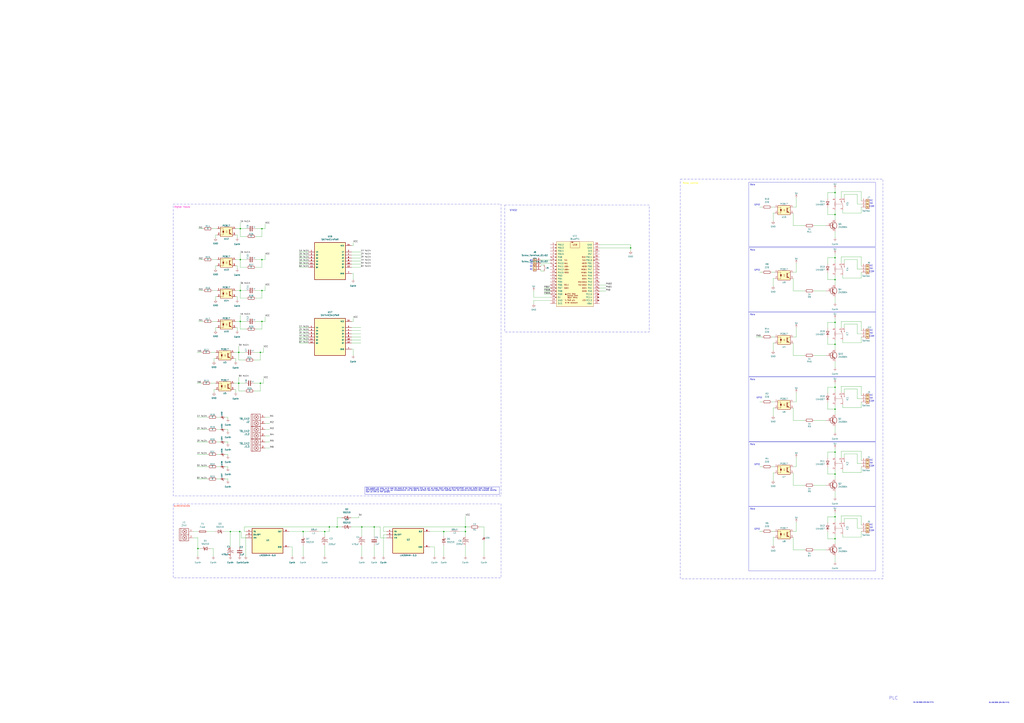
<source format=kicad_sch>
(kicad_sch (version 20231120) (generator "eeschema") (generator_version "8.0")
  (paper "A1")
  (lib_symbols
    (symbol "C:EEEHD1V681AQ" (pin_names (offset 1.016))
      (property "Reference" "C" (at -2.54 3.81 0))
      (property "Value" "EEEHD1V681AQ" (at -2.54 -5.08 0))
      (symbol "EEEHD1V681AQ_0_0"
        (pin passive line (at -2.54 0 0) (length 2.54) (name "~") (number "1"))
        (pin passive line (at 5.08 0 180) (length 2.54) (name "~") (number "2"))
      )
    )
    (symbol "Connector:Screw_Terminal_01x02" (pin_names (offset 1.016) hide)
      (property "Reference" "J" (at 0 2.54 0))
      (property "Value" "Screw_Terminal_01x02" (at 0 -5.08 0))
      (symbol "Screw_Terminal_01x02_1_1"
        (pin passive line (at -5.08 0 0) (length 3.81) (name "Pin_1") (number "1"))
        (pin passive line (at -5.08 -2.54 0) (length 3.81) (name "Pin_2") (number "2"))
      )
    )
    (symbol "Connector:Screw_Terminal_01x03" (pin_names (offset 1.016) hide)
      (property "Reference" "J" (at 0 5.08 0))
      (property "Value" "Screw_Terminal_01x03" (at 0 -5.08 0))
      (symbol "Screw_Terminal_01x03_1_1"
        (pin passive line (at -5.08 2.54 0) (length 3.81) (name "Pin_1") (number "1"))
        (pin passive line (at -5.08 0 0) (length 3.81) (name "Pin_2") (number "2"))
        (pin passive line (at -5.08 -2.54 0) (length 3.81) (name "Pin_3") (number "3"))
      )
    )
    (symbol "Device:C" (pin_numbers hide) (pin_names (offset 0.254))
      (property "Reference" "C" (at 0.635 2.54 0))
      (property "Value" "C" (at 0.635 -2.54 0))
      (symbol "C_1_1"
        (pin passive line (at 0 3.81 270) (length 2.794) (name "~") (number "1"))
        (pin passive line (at 0 -3.81 90) (length 2.794) (name "~") (number "2"))
      )
    )
    (symbol "Device:Fuse" (pin_numbers hide) (pin_names (offset 0))
      (property "Reference" "F" (at 2.032 0 90))
      (property "Value" "Fuse" (at -1.905 0 90))
      (symbol "Fuse_1_1"
        (pin passive line (at 0 3.81 270) (length 1.27) (name "~") (number "1"))
        (pin passive line (at 0 -3.81 90) (length 1.27) (name "~") (number "2"))
      )
    )
    (symbol "Device:L" (pin_numbers hide) (pin_names (offset 1.016) hide)
      (property "Reference" "L" (at -1.27 0 90))
      (property "Value" "L" (at 1.905 0 90))
      (symbol "L_1_1"
        (pin passive line (at 0 3.81 270) (length 1.27) (name "1") (number "1"))
        (pin passive line (at 0 -3.81 90) (length 1.27) (name "2") (number "2"))
      )
    )
    (symbol "Device:R" (pin_numbers hide) (pin_names (offset 0))
      (property "Reference" "R" (at 2.032 0 90))
      (property "Value" "R" (at 0 0 90))
      (symbol "R_1_1"
        (pin passive line (at 0 3.81 270) (length 1.27) (name "~") (number "1"))
        (pin passive line (at 0 -3.81 90) (length 1.27) (name "~") (number "2"))
      )
    )
    (symbol "Diode:1N4007" (pin_numbers hide) (pin_names hide)
      (property "Reference" "D" (at 0 2.54 0))
      (property "Value" "1N4007" (at 0 -2.54 0))
      (symbol "1N4007_1_1"
        (pin passive line (at -3.81 0 0) (length 2.54) (name "K") (number "1"))
        (pin passive line (at 3.81 0 180) (length 2.54) (name "A") (number "2"))
      )
    )
    (symbol "Diode:SS210" (pin_numbers hide) (pin_names (offset 1.016) hide)
      (property "Reference" "D" (at 0 2.54 0))
      (property "Value" "SS210" (at 0 -2.54 0))
      (symbol "SS210_1_1"
        (pin passive line (at -3.81 0 0) (length 2.54) (name "K") (number "1"))
        (pin passive line (at 3.81 0 180) (length 2.54) (name "A") (number "2"))
      )
    )
    (symbol "EESTN5:BluePill" (pin_names (offset 1.016))
      (property "Reference" "U" (at -12.7 25.4 0))
      (property "Value" "BluePill" (at 0 2.54 90))
      (symbol "BluePill_0_0"
        (text "30pF 2MHz" (at -2.032 -20.574 0) (effects (font (size 0.9906 0.9906))))
        (text "5V tolerant" (at -2.032 -24.765 0) (effects (font (size 0.9906 0.9906))))
        (text "ADC0" (at 7.747 -15.24 0) (effects (font (size 0.9906 0.9906))))
        (text "ADC1" (at 7.747 -12.7 0) (effects (font (size 0.9906 0.9906))))
        (text "ADC2" (at 7.747 -10.16 0) (effects (font (size 0.9906 0.9906))))
        (text "ADC3" (at 7.747 -7.747 0) (effects (font (size 0.9906 0.9906))))
        (text "ADC4" (at 7.747 -5.08 0) (effects (font (size 0.9906 0.9906))))
        (text "ADC8" (at 7.62 5.08 0) (effects (font (size 0.9906 0.9906))))
        (text "ADC9" (at 7.62 7.62 0) (effects (font (size 0.9906 0.9906))))
        (text "LED" (at 7.366 -22.733 0) (effects (font (size 0.9906 0.9906))))
        (text "MISO1" (at 7.493 0 0) (effects (font (size 0.9906 0.9906))))
        (text "MOSI1" (at 7.493 2.54 0) (effects (font (size 0.9906 0.9906))))
        (text "NSS1" (at -6.858 0.127 0) (effects (font (size 0.9906 0.9906))))
        (text "PWM pin" (at -3.175 -22.733 0) (effects (font (size 0.9906 0.9906))))
        (text "RX1" (at -7.366 7.493 0) (effects (font (size 0.9906 0.9906))))
        (text "RX2" (at 4.064 -7.747 0) (effects (font (size 0.9906 0.9906))))
        (text "RX3" (at 7.112 12.7 0) (effects (font (size 0.9906 0.9906))))
        (text "SCK1" (at 7.747 -2.54 0) (effects (font (size 0.9906 0.9906))))
        (text "SCL1" (at -6.985 -10.033 0) (effects (font (size 0.9906 0.9906))))
        (text "SDA1" (at -6.985 -12.7 0) (effects (font (size 0.9906 0.9906))))
        (text "sink 3mA" (at -2.921 -17.526 0) (effects (font (size 0.9906 0.9906))))
        (text "source 0mA" (at -1.905 -18.923 0) (effects (font (size 0.9906 0.9906))))
        (text "TX1" (at -7.493 10.16 0) (effects (font (size 0.9906 0.9906))))
        (text "TX2" (at 3.937 -10.16 0) (effects (font (size 0.9906 0.9906))))
        (text "TX3" (at 7.239 10.16 0) (effects (font (size 0.9906 0.9906))))
        (text "USB" (at 0 22.86 0) (effects (font (size 1.27 1.27))))
        (text "USB+" (at -6.731 2.54 0) (effects (font (size 0.9906 0.9906))))
        (text "USB-" (at -6.731 5.08 0) (effects (font (size 0.9906 0.9906))))
        (text "Y@@J" (at -2.159 24.892 0) (effects (font (size 0.508 0.508))))
      )
      (symbol "BluePill_1_1"
        (pin bidirectional line (at -20.32 22.86 0) (length 5.08) (name "PB12") (number "1"))
        (pin bidirectional line (at -20.32 0 0) (length 5.08) (name "PA15") (number "10"))
        (pin bidirectional line (at -20.32 -2.54 0) (length 5.08) (name "PB3") (number "11"))
        (pin bidirectional line (at -20.32 -5.08 0) (length 5.08) (name "PB4") (number "12"))
        (pin bidirectional line (at -20.32 -7.62 0) (length 5.08) (name "PB5") (number "13"))
        (pin bidirectional line (at -20.32 -10.16 0) (length 5.08) (name "PB6") (number "14"))
        (pin bidirectional line (at -20.32 -12.7 0) (length 5.08) (name "PB7") (number "15"))
        (pin bidirectional line (at -20.32 -15.24 0) (length 5.08) (name "PB8") (number "16"))
        (pin bidirectional line (at -20.32 -17.78 0) (length 5.08) (name "PB9") (number "17"))
        (pin power_in line (at -20.32 -20.32 0) (length 5.08) (name "5V") (number "18"))
        (pin power_in line (at -20.32 -22.86 0) (length 5.08) (name "GND") (number "19"))
        (pin bidirectional line (at -20.32 20.32 0) (length 5.08) (name "PB13") (number "2"))
        (pin power_in line (at -20.32 -25.4 0) (length 5.08) (name "3V3") (number "20"))
        (pin power_in line (at 20.32 -25.4 180) (length 5.08) (name "VBat") (number "21"))
        (pin bidirectional line (at 20.32 -22.86 180) (length 5.08) (name "PC13") (number "22"))
        (pin bidirectional line (at 20.32 -20.32 180) (length 5.08) (name "PC14") (number "23"))
        (pin bidirectional line (at 20.32 -17.78 180) (length 5.08) (name "PC15") (number "24"))
        (pin bidirectional line (at 20.32 -15.24 180) (length 5.08) (name "PA0") (number "25"))
        (pin bidirectional line (at 20.32 -12.7 180) (length 5.08) (name "PA1") (number "26"))
        (pin bidirectional line (at 20.32 -10.16 180) (length 5.08) (name "PA2") (number "27"))
        (pin bidirectional line (at 20.32 -7.62 180) (length 5.08) (name "PA3") (number "28"))
        (pin bidirectional line (at 20.32 -5.08 180) (length 5.08) (name "PA4") (number "29"))
        (pin bidirectional line (at -20.32 17.78 0) (length 5.08) (name "PB14") (number "3"))
        (pin bidirectional line (at 20.32 -2.54 180) (length 5.08) (name "PA5") (number "30"))
        (pin bidirectional line (at 20.32 0 180) (length 5.08) (name "PA6") (number "31"))
        (pin bidirectional line (at 20.32 2.54 180) (length 5.08) (name "PA7") (number "32"))
        (pin bidirectional line (at 20.32 5.08 180) (length 5.08) (name "PB0") (number "33"))
        (pin bidirectional line (at 20.32 7.62 180) (length 5.08) (name "PB1") (number "34"))
        (pin bidirectional line (at 20.32 10.16 180) (length 5.08) (name "PB10") (number "35"))
        (pin bidirectional line (at 20.32 12.7 180) (length 5.08) (name "PB11") (number "36"))
        (pin input line (at 20.32 15.24 180) (length 5.08) (name "RST") (number "37"))
        (pin power_in line (at 20.32 17.78 180) (length 5.08) (name "3V3") (number "38"))
        (pin power_in line (at 20.32 22.86 180) (length 5.08) (name "GND") (number "39"))
        (pin bidirectional line (at -20.32 15.24 0) (length 5.08) (name "PB15") (number "4"))
        (pin power_in line (at 20.32 20.32 180) (length 5.08) (name "GND") (number "40"))
        (pin bidirectional line (at -20.32 12.7 0) (length 5.08) (name "PA8") (number "5"))
        (pin bidirectional line (at -20.32 10.16 0) (length 5.08) (name "PA9") (number "6"))
        (pin bidirectional line (at -20.32 7.62 0) (length 5.08) (name "PA10") (number "7"))
        (pin bidirectional line (at -20.32 5.08 0) (length 5.08) (name "PA11") (number "8"))
        (pin bidirectional line (at -20.32 2.54 0) (length 5.08) (name "PA12") (number "9"))
      )
    )
    (symbol "EESTN5:Jumper" (pin_numbers hide) (pin_names (offset 0) hide)
      (property "Reference" "JP" (at 0 -1.905 0))
      (symbol "Jumper_1_1"
        (pin passive line (at -2.54 0 0) (length 1.651) (name "A") (number "1"))
        (pin passive line (at 2.54 0 180) (length 1.651) (name "B") (number "2"))
      )
    )
    (symbol "EESTN5:LED" (pin_numbers hide) (pin_names (offset 1.016) hide)
      (property "Reference" "LED" (at 0 2.54 0))
      (property "Value" "LED" (at 0 -2.54 0))
      (symbol "LED_1_1"
        (pin passive line (at -1.27 0 0) (length 1.27) (name "A") (number "1"))
        (pin passive line (at 2.54 0 180) (length 1.27) (name "K") (number "2"))
      )
    )
    (symbol "EESTN5:PC817" (pin_names (offset 1.016))
      (property "Reference" "U" (at -5.08 5.08 0))
      (property "Value" "PC817" (at 0 5.08 0))
      (symbol "PC817_1_1"
        (pin passive line (at -7.62 2.54 0) (length 2.54) (name "~") (number "1"))
        (pin passive line (at -7.62 -2.54 0) (length 2.54) (name "~") (number "2"))
        (pin passive line (at 7.62 -2.54 180) (length 2.54) (name "~") (number "3"))
        (pin passive line (at 7.62 2.54 180) (length 2.54) (name "~") (number "4"))
      )
    )
    (symbol "EESTN5:RELAY_C" (pin_names (offset 1.016))
      (property "Reference" "K" (at 0 6.35 0))
      (property "Value" "RELAY_C" (at 0 -5.969 0))
      (symbol "RELAY_C_1_1"
        (pin passive line (at -5.08 -2.54 0) (length 2.54) (name "~") (number "1"))
        (pin passive line (at -5.08 3.81 0) (length 2.54) (name "~") (number "2"))
        (pin passive line (at 5.08 -3.81 180) (length 2.54) (name "~") (number "3"))
        (pin passive line (at 5.08 -1.27 180) (length 2.54) (name "~") (number "4"))
        (pin passive line (at 5.08 3.81 180) (length 2.54) (name "~") (number "5"))
      )
    )
    (symbol "EESTN5:TB_1X2" (pin_names (offset 1.016))
      (property "Reference" "J" (at 0 7.62 0))
      (property "Value" "TB_1X2" (at 1.27 -7.62 0))
      (symbol "TB_1X2_1_1"
        (pin input line (at 8.89 2.54 180) (length 3.81) (name "~") (number "1"))
        (pin input line (at 8.89 -2.54 180) (length 3.81) (name "~") (number "2"))
      )
    )
    (symbol "LM2594M-3.3:LM2594M-3.3" (pin_names (offset 1.016))
      (property "Reference" "U" (at -12.7 11.16 0))
      (property "Value" "LM2594M-3.3" (at -12.7 -14.16 0))
      (symbol "LM2594M-3.3_0_0"
        (pin input line (at -17.78 7.62 0) (length 5.08) (name "FB") (number "4"))
        (pin input line (at -17.78 5.08 0) (length 5.08) (name "ON/OFF") (number "5"))
        (pin power_in line (at 17.78 -5.08 180) (length 5.08) (name "GND") (number "6"))
        (pin input line (at -17.78 2.54 0) (length 5.08) (name "VIN") (number "7"))
        (pin output line (at 17.78 7.62 180) (length 5.08) (name "OUT") (number "8"))
      )
    )
    (symbol "LM2594M-5.0:LM2594M-5.0" (pin_names (offset 1.016))
      (property "Reference" "U" (at -12.7 11.16 0))
      (property "Value" "LM2594M-5.0" (at -12.7 -14.16 0))
      (symbol "LM2594M-5.0_0_0"
        (pin input line (at -17.78 7.62 0) (length 5.08) (name "FB") (number "4"))
        (pin input line (at -17.78 5.08 0) (length 5.08) (name "ON/OFF") (number "5"))
        (pin power_in line (at 17.78 -5.08 180) (length 5.08) (name "GND") (number "6"))
        (pin input line (at -17.78 2.54 0) (length 5.08) (name "VIN") (number "7"))
        (pin output line (at 17.78 7.62 180) (length 5.08) (name "OUT") (number "8"))
      )
    )
    (symbol "SN74HC14PWR:SN74HC14PWR" (pin_names (offset 1.016))
      (property "Reference" "U" (at -12.7 16.24 0))
      (property "Value" "SN74HC14PWR" (at -12.7 -19.24 0))
      (symbol "SN74HC14PWR_0_0"
        (pin input line (at -17.78 7.62 0) (length 5.08) (name "1A") (number "1"))
        (pin output line (at 17.78 -2.54 180) (length 5.08) (name "5Y") (number "10"))
        (pin input line (at -17.78 -2.54 0) (length 5.08) (name "5A") (number "11"))
        (pin output line (at 17.78 -5.08 180) (length 5.08) (name "6Y") (number "12"))
        (pin input line (at -17.78 -5.08 0) (length 5.08) (name "6A") (number "13"))
        (pin power_in line (at 17.78 12.7 180) (length 5.08) (name "VCC") (number "14"))
        (pin output line (at 17.78 7.62 180) (length 5.08) (name "1Y") (number "2"))
        (pin input line (at -17.78 5.08 0) (length 5.08) (name "2A") (number "3"))
        (pin output line (at 17.78 5.08 180) (length 5.08) (name "2Y") (number "4"))
        (pin input line (at -17.78 2.54 0) (length 5.08) (name "3A") (number "5"))
        (pin output line (at 17.78 2.54 180) (length 5.08) (name "3Y") (number "6"))
        (pin power_in line (at 17.78 -10.16 180) (length 5.08) (name "GND") (number "7"))
        (pin output line (at 17.78 0 180) (length 5.08) (name "4Y") (number "8"))
        (pin input line (at -17.78 0 0) (length 5.08) (name "4A") (number "9"))
      )
    )
    (symbol "Transistor_BJT:2N3904" (pin_names (offset 0) hide)
      (property "Reference" "Q" (at 5.08 1.905 0))
      (property "Value" "2N3904" (at 5.08 0 0))
      (symbol "2N3904_1_1"
        (pin passive line (at 2.54 -5.08 90) (length 2.54) (name "E") (number "1"))
        (pin passive line (at -5.08 0 0) (length 5.715) (name "B") (number "2"))
        (pin passive line (at 2.54 5.08 270) (length 2.54) (name "C") (number "3"))
      )
    )
    (symbol "power:+3.3V" (power) (pin_numbers hide) (pin_names (offset 0) hide)
      (property "Value" "+3.3V" (at 0 3.556 0))
      (symbol "+3.3V_1_1"
        (pin power_in line (at 0 0 90) (length 0) (name "~") (number "1"))
      )
    )
    (symbol "power:Earth" (power) (pin_numbers hide) (pin_names (offset 0) hide)
      (property "Value" "Earth" (at 0 -3.81 0))
      (symbol "Earth_1_1"
        (pin power_in line (at 0 0 270) (length 0) (name "~") (number "1"))
      )
    )
    (symbol "power:GND" (power) (pin_numbers hide) (pin_names (offset 0) hide)
      (property "Value" "GND" (at 0 -3.81 0))
      (symbol "GND_1_1"
        (pin power_in line (at 0 0 270) (length 0) (name "~") (number "1"))
      )
    )
  )
  (junction (at 162.56 450.85))
  (junction (at 197.358 238.76))
  (junction (at 196.088 314.96))
  (junction (at 685.8 424.688))
  (junction (at 248.92 436.88))
  (junction (at 685.8 176.276))
  (junction (at 215.138 238.76))
  (junction (at 685.8 264.922))
  (junction (at 382.27 433.07))
  (junction (at 270.51 433.07))
  (junction (at 276.86 433.07))
  (junction (at 685.8 229.87))
  (junction (at 196.088 289.56))
  (junction (at 685.8 442.722))
  (junction (at 266.7 436.88))
  (junction (at 685.8 371.602))
  (junction (at 517.906 203.708))
  (junction (at 189.23 436.88))
  (junction (at 685.8 211.836))
  (junction (at 197.358 213.36))
  (junction (at 685.8 389.636))
  (junction (at 215.138 264.16))
  (junction (at 685.8 282.956))
  (junction (at 685.8 158.242))
  (junction (at 382.27 436.88))
  (junction (at 215.138 187.96))
  (junction (at 196.85 436.88))
  (junction (at 197.358 187.96))
  (junction (at 197.358 264.16))
  (junction (at 685.8 318.262))
  (junction (at 307.34 433.07))
  (junction (at 213.868 314.96))
  (junction (at 364.49 436.88))
  (junction (at 685.8 336.296))
  (junction (at 215.138 213.36))
  (junction (at 213.868 289.56))
  (junction (at 297.18 433.07))
  (wire (pts (xy 654.05 170.18) (xy 651.51 170.18)))
  (wire (pts (xy 217.678 363.22) (xy 221.488 363.22)))
  (wire (pts (xy 364.49 448.31) (xy 364.49 457.2)))
  (wire (pts (xy 201.93 441.96) (xy 198.12 441.96)))
  (wire (pts (xy 693.42 213.36) (xy 704.088 213.36)))
  (polyline (pts (xy 719.074 256.286) (xy 614.934 256.286)))
  (wire (pts (xy 635 441.706) (xy 635 448.056)))
  (wire (pts (xy 685.8 424.688) (xy 685.8 429.006)))
  (polyline (pts (xy 614.934 149.86) (xy 621.284 149.86)))
  (wire (pts (xy 679.704 282.956) (xy 685.8 282.956)))
  (wire (pts (xy 290.068 261.62) (xy 290.068 264.16)))
  (wire (pts (xy 210.058 187.96) (xy 215.138 187.96)))
  (polyline (pts (xy 719.074 309.372) (xy 614.934 309.372)))
  (wire (pts (xy 288.798 287.02) (xy 290.068 287.02)))
  (wire (pts (xy 215.138 187.96) (xy 217.678 187.96)))
  (wire (pts (xy 161.798 393.7) (xy 170.688 393.7)))
  (wire (pts (xy 158.75 436.88) (xy 162.56 436.88)))
  (wire (pts (xy 654.05 436.626) (xy 651.51 436.626)))
  (wire (pts (xy 679.704 211.836) (xy 685.8 211.836)))
  (wire (pts (xy 707.39 167.64) (xy 704.088 167.64)))
  (wire (pts (xy 217.678 368.3) (xy 221.488 368.3)))
  (wire (pts (xy 685.8 180.34) (xy 685.8 176.276)))
  (wire (pts (xy 290.068 287.02) (xy 290.068 292.1)))
  (wire (pts (xy 217.678 234.95) (xy 217.678 238.76)))
  (wire (pts (xy 245.618 207.01) (xy 253.238 207.01)))
  (wire (pts (xy 213.868 314.96) (xy 216.408 314.96)))
  (wire (pts (xy 276.86 425.45) (xy 280.67 425.45)))
  (wire (pts (xy 654.05 269.24) (xy 654.05 276.86)))
  (wire (pts (xy 660.908 451.866) (xy 651.51 451.866)))
  (wire (pts (xy 163.068 213.36) (xy 166.878 213.36)))
  (wire (pts (xy 692.15 335.026) (xy 692.15 332.74)))
  (polyline (pts (xy 614.934 202.692) (xy 614.934 149.86)))
  (wire (pts (xy 245.618 219.71) (xy 253.238 219.71)))
  (wire (pts (xy 679.704 264.922) (xy 685.8 264.922)))
  (wire (pts (xy 194.818 243.84) (xy 194.818 246.38)))
  (wire (pts (xy 654.05 322.58) (xy 654.05 330.2)))
  (wire (pts (xy 194.818 269.24) (xy 194.818 271.78)))
  (wire (pts (xy 192.278 294.64) (xy 193.548 294.64)))
  (wire (pts (xy 444.246 213.868) (xy 451.866 213.868)))
  (wire (pts (xy 158.75 441.96) (xy 162.56 441.96)))
  (wire (pts (xy 196.85 436.88) (xy 196.85 449.58)))
  (wire (pts (xy 707.39 165.1) (xy 707.39 157.48)))
  (wire (pts (xy 178.308 363.22) (xy 180.848 363.22)))
  (wire (pts (xy 261.62 436.88) (xy 266.7 436.88)))
  (wire (pts (xy 210.058 264.16) (xy 215.138 264.16)))
  (wire (pts (xy 161.798 373.38) (xy 170.688 373.38)))
  (wire (pts (xy 685.8 287.02) (xy 685.8 282.956)))
  (wire (pts (xy 679.704 336.296) (xy 685.8 336.296)))
  (wire (pts (xy 197.358 219.71) (xy 197.358 213.36)))
  (wire (pts (xy 707.39 211.074) (xy 690.88 211.074)))
  (wire (pts (xy 707.39 317.5) (xy 690.88 317.5)))
  (wire (pts (xy 382.27 433.07) (xy 386.08 433.07)))
  (wire (pts (xy 177.038 269.24) (xy 177.038 271.78)))
  (wire (pts (xy 693.42 216.154) (xy 693.42 213.36)))
  (wire (pts (xy 177.038 320.04) (xy 175.768 320.04)))
  (wire (pts (xy 693.42 322.58) (xy 693.42 319.786)))
  (wire (pts (xy 178.308 393.7) (xy 180.848 393.7)))
  (wire (pts (xy 707.39 264.16) (xy 690.88 264.16)))
  (wire (pts (xy 161.798 289.56) (xy 165.608 289.56)))
  (wire (pts (xy 198.12 436.88) (xy 196.85 436.88)))
  (wire (pts (xy 679.704 424.688) (xy 685.8 424.688)))
  (wire (pts (xy 288.798 264.16) (xy 290.068 264.16)))
  (wire (pts (xy 651.51 451.866) (xy 651.51 441.706)))
  (wire (pts (xy 215.138 264.16) (xy 215.138 270.51)))
  (wire (pts (xy 679.704 384.048) (xy 679.704 389.636)))
  (wire (pts (xy 288.29 425.45) (xy 294.64 425.45)))
  (wire (pts (xy 196.088 295.91) (xy 196.088 289.56)))
  (wire (pts (xy 685.8 176.276) (xy 685.8 172.72)))
  (wire (pts (xy 215.138 213.36) (xy 217.678 213.36)))
  (wire (pts (xy 201.168 321.31) (xy 196.088 321.31)))
  (wire (pts (xy 208.788 289.56) (xy 213.868 289.56)))
  (wire (pts (xy 197.358 187.96) (xy 202.438 187.96)))
  (wire (pts (xy 175.768 320.04) (xy 175.768 322.58)))
  (wire (pts (xy 635 388.62) (xy 635 394.97)))
  (wire (pts (xy 210.058 245.11) (xy 215.138 245.11)))
  (polyline (pts (xy 719.074 149.86) (xy 719.074 202.692)))
  (wire (pts (xy 651.51 292.1) (xy 651.51 281.94)))
  (wire (pts (xy 690.88 157.48) (xy 690.88 162.56)))
  (wire (pts (xy 654.05 276.86) (xy 651.51 276.86)))
  (wire (pts (xy 660.908 345.44) (xy 651.51 345.44)))
  (wire (pts (xy 446.786 241.808) (xy 451.866 241.808)))
  (wire (pts (xy 245.618 281.94) (xy 253.238 281.94)))
  (wire (pts (xy 276.86 433.07) (xy 276.86 425.45)))
  (wire (pts (xy 704.088 434.086) (xy 704.088 426.212)))
  (wire (pts (xy 202.438 245.11) (xy 197.358 245.11)))
  (wire (pts (xy 668.528 398.78) (xy 678.18 398.78)))
  (polyline (pts (xy 719.074 202.692) (xy 614.934 202.692)))
  (wire (pts (xy 492.506 201.168) (xy 517.906 201.168)))
  (wire (pts (xy 245.618 276.86) (xy 253.238 276.86)))
  (wire (pts (xy 679.704 158.242) (xy 685.8 158.242)))
  (wire (pts (xy 193.548 213.36) (xy 197.358 213.36)))
  (wire (pts (xy 202.438 194.31) (xy 197.358 194.31)))
  (wire (pts (xy 685.8 350.52) (xy 685.8 355.6)))
  (wire (pts (xy 668.528 239.014) (xy 678.18 239.014)))
  (wire (pts (xy 193.548 269.24) (xy 194.818 269.24)))
  (wire (pts (xy 685.8 190.5) (xy 685.8 195.58)))
  (wire (pts (xy 660.908 398.78) (xy 651.51 398.78)))
  (wire (pts (xy 704.088 381) (xy 704.088 373.126)))
  (wire (pts (xy 693.42 373.126) (xy 704.088 373.126)))
  (polyline (pts (xy 719.074 363.22) (xy 719.074 416.052)))
  (wire (pts (xy 651.51 345.44) (xy 651.51 335.28)))
  (wire (pts (xy 184.658 373.38) (xy 187.198 373.38)))
  (polyline (pts (xy 719.074 256.54) (xy 719.074 309.372)))
  (wire (pts (xy 189.23 436.88) (xy 189.23 449.58)))
  (wire (pts (xy 270.51 433.07) (xy 270.51 436.88)))
  (wire (pts (xy 288.798 269.24) (xy 296.418 269.24)))
  (wire (pts (xy 651.51 185.42) (xy 651.51 175.26)))
  (wire (pts (xy 187.198 353.06) (xy 187.198 354.33)))
  (wire (pts (xy 193.548 294.64) (xy 193.548 297.18)))
  (wire (pts (xy 397.51 433.07) (xy 397.51 440.69)))
  (wire (pts (xy 162.56 441.96) (xy 162.56 450.85)))
  (wire (pts (xy 685.8 244.094) (xy 685.8 249.174)))
  (wire (pts (xy 197.358 270.51) (xy 197.358 264.16)))
  (wire (pts (xy 451.866 246.888) (xy 438.404 246.888)))
  (wire (pts (xy 693.42 162.56) (xy 693.42 159.766)))
  (wire (pts (xy 307.34 433.07) (xy 312.42 433.07)))
  (wire (pts (xy 690.88 370.84) (xy 690.88 375.92)))
  (wire (pts (xy 382.27 424.18) (xy 382.27 433.07)))
  (polyline (pts (xy 614.934 416.052) (xy 614.934 363.22)))
  (polyline (pts (xy 719.074 203.454) (xy 719.074 256.286)))
  (wire (pts (xy 636.27 175.26) (xy 635 175.26)))
  (wire (pts (xy 621.03 276.86) (xy 626.11 276.86)))
  (wire (pts (xy 312.42 433.07) (xy 312.42 441.96)))
  (wire (pts (xy 693.42 426.212) (xy 704.088 426.212)))
  (wire (pts (xy 196.088 314.96) (xy 201.168 314.96)))
  (wire (pts (xy 704.088 167.64) (xy 704.088 159.766)))
  (wire (pts (xy 636.27 441.706) (xy 635 441.706)))
  (wire (pts (xy 245.618 209.55) (xy 253.238 209.55)))
  (wire (pts (xy 276.86 433.07) (xy 280.67 433.07)))
  (wire (pts (xy 163.068 264.16) (xy 166.878 264.16)))
  (wire (pts (xy 654.05 429.006) (xy 654.05 436.626)))
  (wire (pts (xy 210.058 238.76) (xy 215.138 238.76)))
  (wire (pts (xy 161.798 363.22) (xy 170.688 363.22)))
  (wire (pts (xy 294.64 424.18) (xy 294.64 425.45)))
  (wire (pts (xy 707.39 436.626) (xy 707.39 441.452)))
  (wire (pts (xy 692.15 388.366) (xy 707.39 388.366)))
  (wire (pts (xy 679.704 163.068) (xy 679.704 158.242)))
  (wire (pts (xy 685.8 264.922) (xy 685.8 269.24)))
  (wire (pts (xy 200.66 433.07) (xy 270.51 433.07)))
  (polyline (pts (xy 621.284 256.54) (xy 719.074 256.54)))
  (wire (pts (xy 184.658 383.54) (xy 187.198 383.54)))
  (wire (pts (xy 312.42 441.96) (xy 317.5 441.96)))
  (wire (pts (xy 161.798 383.54) (xy 170.688 383.54)))
  (wire (pts (xy 187.198 342.9) (xy 187.198 344.17)))
  (polyline (pts (xy 614.934 203.454) (xy 621.284 203.454)))
  (wire (pts (xy 633.73 383.54) (xy 636.27 383.54)))
  (polyline (pts (xy 719.074 416.306) (xy 719.074 469.138)))
  (wire (pts (xy 217.678 184.15) (xy 217.678 187.96)))
  (wire (pts (xy 187.198 383.54) (xy 187.198 384.81)))
  (wire (pts (xy 210.058 219.71) (xy 215.138 219.71)))
  (wire (pts (xy 288.798 271.78) (xy 296.418 271.78)))
  (wire (pts (xy 692.15 388.366) (xy 692.15 386.08)))
  (wire (pts (xy 438.404 244.348) (xy 438.404 239.014)))
  (wire (pts (xy 692.15 281.686) (xy 692.15 279.4)))
  (wire (pts (xy 382.27 433.07) (xy 382.27 436.88)))
  (wire (pts (xy 679.704 442.722) (xy 685.8 442.722)))
  (wire (pts (xy 397.51 444.5) (xy 397.51 457.2)))
  (wire (pts (xy 196.85 436.88) (xy 189.23 436.88)))
  (wire (pts (xy 654.05 375.92) (xy 654.05 383.54)))
  (polyline (pts (xy 614.934 309.372) (xy 614.934 256.54)))
  (wire (pts (xy 184.658 363.22) (xy 187.198 363.22)))
  (wire (pts (xy 161.798 342.9) (xy 170.688 342.9)))
  (wire (pts (xy 217.678 209.55) (xy 217.678 213.36)))
  (wire (pts (xy 668.528 345.44) (xy 678.18 345.44)))
  (wire (pts (xy 651.51 398.78) (xy 651.51 388.62)))
  (wire (pts (xy 707.39 223.774) (xy 707.39 228.6)))
  (wire (pts (xy 217.678 342.9) (xy 221.488 342.9)))
  (wire (pts (xy 707.39 271.78) (xy 707.39 264.16)))
  (wire (pts (xy 215.138 264.16) (xy 217.678 264.16)))
  (wire (pts (xy 197.358 182.88) (xy 197.358 187.96)))
  (wire (pts (xy 633.73 330.2) (xy 636.27 330.2)))
  (wire (pts (xy 192.278 289.56) (xy 196.088 289.56)))
  (wire (pts (xy 393.7 433.07) (xy 397.51 433.07)))
  (polyline (pts (xy 621.284 149.86) (xy 719.074 149.86)))
  (wire (pts (xy 685.8 446.786) (xy 685.8 442.722)))
  (wire (pts (xy 197.358 259.08) (xy 197.358 264.16)))
  (wire (pts (xy 707.39 276.86) (xy 707.39 281.686)))
  (wire (pts (xy 270.51 433.07) (xy 276.86 433.07)))
  (wire (pts (xy 654.05 216.154) (xy 654.05 223.774)))
  (wire (pts (xy 210.058 270.51) (xy 215.138 270.51)))
  (wire (pts (xy 679.704 437.134) (xy 679.704 442.722)))
  (wire (pts (xy 314.96 433.07) (xy 382.27 433.07)))
  (wire (pts (xy 288.798 209.55) (xy 296.418 209.55)))
  (wire (pts (xy 248.92 448.31) (xy 248.92 457.2)))
  (wire (pts (xy 217.678 260.35) (xy 217.678 264.16)))
  (wire (pts (xy 707.39 381) (xy 704.088 381)))
  (wire (pts (xy 163.068 238.76) (xy 166.878 238.76)))
  (wire (pts (xy 170.18 436.88) (xy 176.53 436.88)))
  (wire (pts (xy 679.704 376.428) (xy 679.704 371.602)))
  (wire (pts (xy 288.798 281.94) (xy 296.418 281.94)))
  (wire (pts (xy 707.39 431.546) (xy 707.39 423.926)))
  (wire (pts (xy 178.308 218.44) (xy 177.038 218.44)))
  (wire (pts (xy 187.198 373.38) (xy 187.198 374.65)))
  (wire (pts (xy 382.27 436.88) (xy 382.27 440.69)))
  (wire (pts (xy 177.038 193.04) (xy 177.038 195.58)))
  (wire (pts (xy 175.768 294.64) (xy 175.768 297.18)))
  (wire (pts (xy 178.308 373.38) (xy 180.848 373.38)))
  (wire (pts (xy 623.824 223.774) (xy 626.11 223.774)))
  (wire (pts (xy 202.438 219.71) (xy 197.358 219.71)))
  (wire (pts (xy 213.868 289.56) (xy 216.408 289.56)))
  (wire (pts (xy 685.8 368.3) (xy 685.8 371.602)))
  (wire (pts (xy 707.39 383.54) (xy 707.39 388.366)))
  (wire (pts (xy 635 281.94) (xy 635 288.29)))
  (wire (pts (xy 668.528 451.866) (xy 678.18 451.866)))
  (wire (pts (xy 174.498 238.76) (xy 178.308 238.76)))
  (wire (pts (xy 654.05 383.54) (xy 651.51 383.54)))
  (wire (pts (xy 633.73 276.86) (xy 636.27 276.86)))
  (wire (pts (xy 654.05 223.774) (xy 651.51 223.774)))
  (wire (pts (xy 173.228 314.96) (xy 177.038 314.96)))
  (polyline (pts (xy 614.934 363.22) (xy 621.284 363.22)))
  (wire (pts (xy 693.42 319.786) (xy 704.088 319.786)))
  (wire (pts (xy 208.788 314.96) (xy 213.868 314.96)))
  (wire (pts (xy 707.39 423.926) (xy 690.88 423.926)))
  (wire (pts (xy 197.358 264.16) (xy 202.438 264.16)))
  (wire (pts (xy 685.8 154.94) (xy 685.8 158.242)))
  (wire (pts (xy 184.15 436.88) (xy 189.23 436.88)))
  (wire (pts (xy 444.246 216.408) (xy 451.866 216.408)))
  (wire (pts (xy 196.088 321.31) (xy 196.088 314.96)))
  (wire (pts (xy 693.42 266.446) (xy 704.088 266.446)))
  (wire (pts (xy 216.408 311.15) (xy 216.408 314.96)))
  (wire (pts (xy 692.15 281.686) (xy 707.39 281.686)))
  (wire (pts (xy 623.824 330.2) (xy 626.11 330.2)))
  (wire (pts (xy 266.7 448.31) (xy 266.7 457.2)))
  (wire (pts (xy 161.798 353.06) (xy 170.688 353.06)))
  (wire (pts (xy 668.528 185.42) (xy 678.18 185.42)))
  (wire (pts (xy 184.658 342.9) (xy 187.198 342.9)))
  (wire (pts (xy 161.798 314.96) (xy 165.608 314.96)))
  (wire (pts (xy 679.704 330.708) (xy 679.704 336.296)))
  (wire (pts (xy 660.908 292.1) (xy 651.51 292.1)))
  (wire (pts (xy 178.308 243.84) (xy 177.038 243.84)))
  (wire (pts (xy 707.39 330.2) (xy 707.39 335.026)))
  (wire (pts (xy 201.93 439.42) (xy 201.93 457.2)))
  (wire (pts (xy 668.528 292.1) (xy 678.18 292.1)))
  (wire (pts (xy 679.704 277.368) (xy 679.704 282.956)))
  (wire (pts (xy 692.15 335.026) (xy 707.39 335.026)))
  (wire (pts (xy 623.824 383.54) (xy 626.11 383.54)))
  (wire (pts (xy 692.15 175.006) (xy 692.15 172.72)))
  (wire (pts (xy 178.308 383.54) (xy 180.848 383.54)))
  (polyline (pts (xy 719.074 309.88) (xy 719.074 362.712)))
  (polyline (pts (xy 614.934 362.712) (xy 614.934 309.88)))
  (wire (pts (xy 196.088 289.56) (xy 201.168 289.56)))
  (wire (pts (xy 679.704 170.688) (xy 679.704 176.276)))
  (wire (pts (xy 692.15 441.452) (xy 707.39 441.452)))
  (wire (pts (xy 707.39 327.66) (xy 704.088 327.66)))
  (wire (pts (xy 297.18 433.07) (xy 297.18 440.69)))
  (wire (pts (xy 623.824 170.18) (xy 626.11 170.18)))
  (wire (pts (xy 174.498 264.16) (xy 178.308 264.16)))
  (wire (pts (xy 679.704 269.748) (xy 679.704 264.922)))
  (wire (pts (xy 197.358 194.31) (xy 197.358 187.96)))
  (wire (pts (xy 438.404 246.888) (xy 438.404 249.936)))
  (wire (pts (xy 685.8 336.296) (xy 685.8 332.74)))
  (wire (pts (xy 288.798 214.63) (xy 296.418 214.63)))
  (wire (pts (xy 266.7 436.88) (xy 266.7 440.69)))
  (wire (pts (xy 633.73 436.626) (xy 636.27 436.626)))
  (wire (pts (xy 215.138 213.36) (xy 215.138 219.71)))
  (wire (pts (xy 685.8 403.86) (xy 685.8 408.94)))
  (wire (pts (xy 633.73 170.18) (xy 636.27 170.18)))
  (wire (pts (xy 444.246 222.758) (xy 447.04 222.758)))
  (wire (pts (xy 693.42 429.006) (xy 693.42 426.212)))
  (wire (pts (xy 692.15 228.6) (xy 707.39 228.6)))
  (wire (pts (xy 174.498 213.36) (xy 178.308 213.36)))
  (wire (pts (xy 353.06 436.88) (xy 364.49 436.88)))
  (wire (pts (xy 446.786 236.728) (xy 451.866 236.728)))
  (wire (pts (xy 660.908 239.014) (xy 651.51 239.014)))
  (wire (pts (xy 685.8 318.262) (xy 685.8 322.58)))
  (wire (pts (xy 178.308 269.24) (xy 177.038 269.24)))
  (wire (pts (xy 184.658 353.06) (xy 187.198 353.06)))
  (wire (pts (xy 685.8 314.96) (xy 685.8 318.262)))
  (wire (pts (xy 194.818 218.44) (xy 194.818 220.98)))
  (wire (pts (xy 307.34 448.31) (xy 307.34 457.2)))
  (wire (pts (xy 194.818 193.04) (xy 194.818 195.58)))
  (polyline (pts (xy 719.074 362.712) (xy 614.934 362.712)))
  (wire (pts (xy 693.42 375.92) (xy 693.42 373.126)))
  (wire (pts (xy 451.866 244.348) (xy 438.404 244.348)))
  (wire (pts (xy 198.12 441.96) (xy 198.12 436.88)))
  (wire (pts (xy 193.548 238.76) (xy 197.358 238.76)))
  (wire (pts (xy 654.05 162.56) (xy 654.05 170.18)))
  (wire (pts (xy 288.798 217.17) (xy 296.418 217.17)))
  (wire (pts (xy 215.138 238.76) (xy 217.678 238.76)))
  (wire (pts (xy 288.798 219.71) (xy 296.418 219.71)))
  (wire (pts (xy 685.8 442.722) (xy 685.8 439.166)))
  (wire (pts (xy 517.906 201.168) (xy 517.906 203.708)))
  (polyline (pts (xy 719.074 416.052) (xy 614.934 416.052)))
  (wire (pts (xy 707.39 325.12) (xy 707.39 317.5)))
  (wire (pts (xy 210.058 213.36) (xy 215.138 213.36)))
  (wire (pts (xy 245.618 279.4) (xy 253.238 279.4)))
  (wire (pts (xy 248.92 436.88) (xy 248.92 440.69)))
  (wire (pts (xy 177.038 218.44) (xy 177.038 220.98)))
  (wire (pts (xy 213.868 314.96) (xy 213.868 321.31)))
  (wire (pts (xy 245.618 217.17) (xy 253.238 217.17)))
  (wire (pts (xy 685.8 421.386) (xy 685.8 424.688)))
  (wire (pts (xy 707.39 274.32) (xy 704.088 274.32)))
  (wire (pts (xy 202.438 270.51) (xy 197.358 270.51)))
  (wire (pts (xy 444.246 218.948) (xy 444.246 217.678)))
  (wire (pts (xy 288.798 274.32) (xy 296.418 274.32)))
  (wire (pts (xy 492.506 236.728) (xy 497.586 236.728)))
  (wire (pts (xy 290.068 224.79) (xy 290.068 229.87)))
  (wire (pts (xy 685.8 211.836) (xy 685.8 216.154)))
  (wire (pts (xy 517.906 203.708) (xy 517.906 206.248)))
  (wire (pts (xy 635 175.26) (xy 635 181.61)))
  (wire (pts (xy 162.56 450.85) (xy 162.56 457.2)))
  (wire (pts (xy 193.548 187.96) (xy 197.358 187.96)))
  (wire (pts (xy 297.18 433.07) (xy 307.34 433.07)))
  (wire (pts (xy 215.138 238.76) (xy 215.138 245.11)))
  (wire (pts (xy 492.506 203.708) (xy 517.906 203.708)))
  (wire (pts (xy 685.8 261.62) (xy 685.8 264.922)))
  (wire (pts (xy 636.27 281.94) (xy 635 281.94)))
  (wire (pts (xy 187.198 393.7) (xy 187.198 394.97)))
  (wire (pts (xy 444.246 217.678) (xy 447.04 217.678)))
  (wire (pts (xy 237.49 436.88) (xy 248.92 436.88)))
  (wire (pts (xy 685.8 371.602) (xy 685.8 375.92)))
  (wire (pts (xy 208.788 321.31) (xy 213.868 321.31)))
  (wire (pts (xy 707.39 221.234) (xy 704.088 221.234)))
  (polyline (pts (xy 614.934 309.88) (xy 621.284 309.88)))
  (wire (pts (xy 635 335.28) (xy 635 341.884)))
  (wire (pts (xy 692.15 228.6) (xy 692.15 226.314)))
  (wire (pts (xy 197.358 208.28) (xy 197.358 213.36)))
  (polyline (pts (xy 614.934 416.306) (xy 621.284 416.306)))
  (polyline (pts (xy 614.934 469.138) (xy 614.934 416.306)))
  (wire (pts (xy 193.548 320.04) (xy 193.548 322.58)))
  (wire (pts (xy 685.8 389.636) (xy 685.8 386.08)))
  (wire (pts (xy 685.8 208.534) (xy 685.8 211.836)))
  (wire (pts (xy 193.548 243.84) (xy 194.818 243.84)))
  (wire (pts (xy 685.8 393.7) (xy 685.8 389.636)))
  (wire (pts (xy 200.66 436.88) (xy 200.66 433.07)))
  (wire (pts (xy 240.03 449.58) (xy 240.03 457.2)))
  (wire (pts (xy 216.408 285.75) (xy 216.408 289.56)))
  (wire (pts (xy 193.548 193.04) (xy 194.818 193.04)))
  (wire (pts (xy 197.358 238.76) (xy 202.438 238.76)))
  (wire (pts (xy 623.824 436.626) (xy 626.11 436.626)))
  (wire (pts (xy 364.49 436.88) (xy 364.49 440.69)))
  (wire (pts (xy 201.93 436.88) (xy 200.66 436.88)))
  (wire (pts (xy 245.618 271.78) (xy 253.238 271.78)))
  (wire (pts (xy 197.358 245.11) (xy 197.358 238.76)))
  (wire (pts (xy 175.26 450.85) (xy 175.26 457.2)))
  (wire (pts (xy 177.038 243.84) (xy 177.038 246.38)))
  (wire (pts (xy 685.8 233.934) (xy 685.8 229.87)))
  (wire (pts (xy 172.72 450.85) (xy 175.26 450.85)))
  (wire (pts (xy 636.27 228.854) (xy 635 228.854)))
  (wire (pts (xy 679.704 176.276) (xy 685.8 176.276)))
  (wire (pts (xy 192.278 314.96) (xy 196.088 314.96)))
  (polyline (pts (xy 621.284 203.454) (xy 719.074 203.454)))
  (wire (pts (xy 314.96 457.2) (xy 314.96 439.42)))
  (wire (pts (xy 654.05 330.2) (xy 651.51 330.2)))
  (wire (pts (xy 690.88 264.16) (xy 690.88 269.24)))
  (wire (pts (xy 288.798 224.79) (xy 290.068 224.79)))
  (wire (pts (xy 217.678 347.98) (xy 221.488 347.98)))
  (wire (pts (xy 245.618 274.32) (xy 253.238 274.32)))
  (wire (pts (xy 193.548 218.44) (xy 194.818 218.44)))
  (wire (pts (xy 492.506 234.188) (xy 497.586 234.188)))
  (wire (pts (xy 197.358 213.36) (xy 202.438 213.36)))
  (polyline (pts (xy 621.284 309.88) (xy 719.074 309.88)))
  (wire (pts (xy 307.34 433.07) (xy 307.34 440.69)))
  (wire (pts (xy 178.308 193.04) (xy 177.038 193.04)))
  (wire (pts (xy 693.42 159.766) (xy 704.088 159.766)))
  (wire (pts (xy 693.42 269.24) (xy 693.42 266.446)))
  (wire (pts (xy 237.49 449.58) (xy 240.03 449.58)))
  (wire (pts (xy 192.278 320.04) (xy 193.548 320.04)))
  (wire (pts (xy 685.8 340.36) (xy 685.8 336.296)))
  (wire (pts (xy 651.51 239.014) (xy 651.51 228.854)))
  (polyline (pts (xy 719.074 469.138) (xy 614.934 469.138)))
  (wire (pts (xy 635 228.854) (xy 635 235.204)))
  (wire (pts (xy 704.088 221.234) (xy 704.088 213.36)))
  (polyline (pts (xy 614.934 256.286) (xy 614.934 203.454)))
  (wire (pts (xy 163.068 187.96) (xy 166.878 187.96)))
  (wire (pts (xy 297.18 448.31) (xy 297.18 457.2)))
  (wire (pts (xy 679.704 229.87) (xy 685.8 229.87)))
  (wire (pts (xy 288.798 276.86) (xy 296.418 276.86)))
  (wire (pts (xy 707.39 434.086) (xy 704.088 434.086)))
  (wire (pts (xy 193.548 264.16) (xy 197.358 264.16)))
  (wire (pts (xy 177.038 294.64) (xy 175.768 294.64)))
  (wire (pts (xy 685.8 229.87) (xy 685.8 226.314)))
  (wire (pts (xy 690.88 211.074) (xy 690.88 216.154)))
  (wire (pts (xy 201.168 295.91) (xy 196.088 295.91)))
  (wire (pts (xy 215.138 187.96) (xy 215.138 194.31)))
  (wire (pts (xy 217.678 358.14) (xy 221.488 358.14)))
  (wire (pts (xy 679.704 323.088) (xy 679.704 318.262)))
  (wire (pts (xy 288.798 212.09) (xy 296.418 212.09)))
  (wire (pts (xy 679.704 429.514) (xy 679.704 424.688)))
  (wire (pts (xy 184.658 393.7) (xy 187.198 393.7)))
  (wire (pts (xy 382.27 448.31) (xy 382.27 457.2)))
  (wire (pts (xy 213.868 289.56) (xy 213.868 295.91)))
  (polyline (pts (xy 621.284 363.22) (xy 719.074 363.22)))
  (wire (pts (xy 679.704 224.282) (xy 679.704 229.87)))
  (wire (pts (xy 210.058 194.31) (xy 215.138 194.31)))
  (wire (pts (xy 314.96 439.42) (xy 317.5 439.42)))
  (wire (pts (xy 377.19 436.88) (xy 382.27 436.88)))
  (wire (pts (xy 197.358 233.68) (xy 197.358 238.76)))
  (wire (pts (xy 685.8 282.956) (xy 685.8 279.4)))
  (wire (pts (xy 492.506 239.268) (xy 497.586 239.268)))
  (wire (pts (xy 707.39 378.46) (xy 707.39 370.84)))
  (wire (pts (xy 707.39 370.84) (xy 690.88 370.84)))
  (wire (pts (xy 208.788 295.91) (xy 213.868 295.91)))
  (wire (pts (xy 317.5 436.88) (xy 314.96 436.88)))
  (wire (pts (xy 704.088 327.66) (xy 704.088 319.786)))
  (wire (pts (xy 288.798 201.93) (xy 290.068 201.93)))
  (wire (pts (xy 679.704 216.662) (xy 679.704 211.836)))
  (wire (pts (xy 266.7 436.88) (xy 270.51 436.88)))
  (wire (pts (xy 707.39 157.48) (xy 690.88 157.48)))
  (wire (pts (xy 173.228 289.56) (xy 177.038 289.56)))
  (wire (pts (xy 245.618 212.09) (xy 253.238 212.09)))
  (wire (pts (xy 679.704 318.262) (xy 685.8 318.262)))
  (wire (pts (xy 245.618 269.24) (xy 253.238 269.24)))
  (wire (pts (xy 187.198 363.22) (xy 187.198 364.49)))
  (wire (pts (xy 707.39 170.18) (xy 707.39 175.006)))
  (wire (pts (xy 707.39 218.694) (xy 707.39 211.074)))
  (wire (pts (xy 288.798 279.4) (xy 296.418 279.4)))
  (wire (pts (xy 692.15 441.452) (xy 692.15 439.166)))
  (wire (pts (xy 679.704 389.636) (xy 685.8 389.636)))
  (wire (pts (xy 704.088 274.32) (xy 704.088 266.446)))
  (wire (pts (xy 690.88 317.5) (xy 690.88 322.58)))
  (wire (pts (xy 314.96 436.88) (xy 314.96 433.07)))
  (wire (pts (xy 356.87 449.58) (xy 356.87 457.2)))
  (wire (pts (xy 660.908 185.42) (xy 651.51 185.42)))
  (wire (pts (xy 174.498 187.96) (xy 178.308 187.96)))
  (wire (pts (xy 685.8 456.946) (xy 685.8 462.026)))
  (wire (pts (xy 217.678 353.06) (xy 221.488 353.06)))
  (wire (pts (xy 178.308 353.06) (xy 180.848 353.06)))
  (wire (pts (xy 685.8 297.18) (xy 685.8 302.26)))
  (polyline (pts (xy 621.284 416.306) (xy 719.074 416.306)))
  (wire (pts (xy 690.88 423.926) (xy 690.88 429.006)))
  (wire (pts (xy 245.618 214.63) (xy 253.238 214.63)))
  (wire (pts (xy 444.246 221.488) (xy 444.246 222.758)))
  (wire (pts (xy 692.15 175.006) (xy 707.39 175.006)))
  (wire (pts (xy 178.308 342.9) (xy 180.848 342.9)))
  (polyline (pts (xy 614.934 256.54) (xy 621.284 256.54)))
  (wire (pts (xy 685.8 158.242) (xy 685.8 162.56)))
  (wire (pts (xy 288.29 433.07) (xy 297.18 433.07)))
  (wire (pts (xy 679.704 371.602) (xy 685.8 371.602)))
  (wire (pts (xy 353.06 449.58) (xy 356.87 449.58)))
  (wire (pts (xy 196.088 309.88) (xy 196.088 314.96)))
  (wire (pts (xy 288.798 207.01) (xy 296.418 207.01)))
  (wire (pts (xy 196.088 284.48) (xy 196.088 289.56)))
  (wire (pts (xy 633.73 223.774) (xy 636.27 223.774)))
  (wire (pts (xy 162.56 450.85) (xy 165.1 450.85)))
  (wire (pts (xy 364.49 436.88) (xy 369.57 436.88)))
  (wire (pts (xy 636.27 388.62) (xy 635 388.62)))
  (wire (pts (xy 636.27 335.28) (xy 635 335.28)))
  (wire (pts (xy 248.92 436.88) (xy 254 436.88)))
  (wire (pts (xy 446.786 239.268) (xy 451.866 239.268)))
  (wire (pts (xy 290.068 199.39) (xy 290.068 201.93)))
  (rectangle (start 414.528 168.402) (end 533.146 272.796) (stroke (width 0) (type dash_dot)))
  (rectangle (start 142.24 167.64) (end 411.48 407.67) (stroke (width 0) (type dash_dot)))
  (rectangle (start 142.24 414.02) (end 411.48 474.98) (stroke (width 0) (type dash_dot)))
  (rectangle (start 558.8 147.32) (end 725.17 475.742) (stroke (width 0) (type dash_dot)))
  (text_box "This system will allow us to read the state of the input signals (IN), as well as clean them using an SN74HC14PWR, and then buffer them through an SN74HC541PWR. In this way, our microcontroller will be able to perform fast and noise-free readings from the external environment (for example, sensing from an NPN or PNP sensor)" (at 299.72 400.05 0) (size 110.49 6.35) (effects (font (size 0.889 0.889)) (justify left top)))
  (text "04/10/2025 (MM/DD/YYYY)\n" (at 758.444 577.342 0) (effects (font (size 0.762 0.762))))
  (text "DE" (at 436.372 218.948 0) (effects (font (size 1.27 1.27))))
  (text "STM32" (at 421.64 172.974 0) (effects (font (size 1.27 1.27))))
  (text "NC" (at 715.518 431.292 0) (effects (font (size 1.27 1.27))))
  (text "04/18/2025 (MM/DD/YYYY)\n\n" (at 812.292 578.104 0) (effects (font (size 0.762 0.762)) (justify left)))
  (text "NC" (at 715.518 324.866 0) (effects (font (size 1.27 1.27))))
  (text "NA" (at 715.518 273.812 0) (effects (font (size 1.27 1.27))))
  (text "Rele\n" (at 615.95 366.014 0) (effects (font (size 1.27 1.27)) (justify left bottom)))
  (text "GPIO" (at 621.792 221.996 0) (effects (font (size 1.27 1.27))))
  (text "Relay control\n" (at 567.182 150.622 0) (effects (font (size 1.27 1.27))))
  (text "PLC" (at 733.806 573.786 0) (effects (font (size 2.54 2.54))))
  (text "NC" (at 715.518 164.846 0) (effects (font (size 1.27 1.27))))
  (text "NA" (at 715.518 433.578 0) (effects (font (size 1.27 1.27))))
  (text "Rele\n" (at 615.95 419.1 0) (effects (font (size 1.27 1.27)) (justify left bottom)))
  (text "Rele\n" (at 615.95 259.334 0) (effects (font (size 1.27 1.27)) (justify left bottom)))
  (text "NA" (at 715.518 167.132 0) (effects (font (size 1.27 1.27))))
  (text "COM\n" (at 716.026 329.692 0) (effects (font (size 1.27 1.27))))
  (text "COM\n" (at 716.026 276.352 0) (effects (font (size 1.27 1.27))))
  (text "RE" (at 436.372 221.488 0) (effects (font (size 1.27 1.27))))
  (text "COM\n" (at 716.026 223.266 0) (effects (font (size 1.27 1.27))))
  (text "NA" (at 715.518 327.152 0) (effects (font (size 1.27 1.27))))
  (text "COM\n" (at 716.026 169.672 0) (effects (font (size 1.27 1.27))))
  (text "NC" (at 715.518 378.206 0) (effects (font (size 1.27 1.27))))
  (text "Rele\n" (at 615.95 152.654 0) (effects (font (size 1.27 1.27)) (justify left bottom)))
  (text "Rele\n" (at 615.95 206.248 0) (effects (font (size 1.27 1.27)) (justify left bottom)))
  (text "NA" (at 715.518 220.726 0) (effects (font (size 1.27 1.27))))
  (text "NC" (at 715.518 271.526 0) (effects (font (size 1.27 1.27))))
  (text "GPIO" (at 621.792 168.402 0) (effects (font (size 1.27 1.27))))
  (text "Digital inputs\n" (at 149.606 170.18 0) (effects (font (size 1.27 1.27))))
  (text "GPIO" (at 621.792 434.848 0) (effects (font (size 1.27 1.27))))
  (text "ALIMENTACIÓN" (at 149.352 416.052 0) (effects (font (size 1.27 1.27))))
  (text "COM\n" (at 716.026 383.032 0) (effects (font (size 1.27 1.27))))
  (text "NA" (at 715.518 380.492 0) (effects (font (size 1.27 1.27))))
  (text "COM\n" (at 716.026 436.118 0) (effects (font (size 1.27 1.27))))
  (text "Rele\n" (at 615.95 312.674 0) (effects (font (size 1.27 1.27)) (justify left bottom)))
  (text "NC" (at 715.518 218.44 0) (effects (font (size 1.27 1.27))))
  (text "GPIO" (at 623.57 326.898 0) (effects (font (size 1.27 1.27))))
  (text "GPIO" (at 621.792 381.762 0) (effects (font (size 1.27 1.27))))
  (text "TX" (at 436.372 216.662 0) (effects (font (size 1.27 1.27))))
  (text "RX\n" (at 436.372 214.122 0) (effects (font (size 1.27 1.27))))
  (label "6Y hc14" (at 245.618 281.94 0))
  (label "3Y hc14" (at 296.418 212.09 0))
  (label "5Y hc14" (at 161.798 383.54 0))
  (label "4Y hc14" (at 296.418 214.63 0))
  (label "IN4" (at 163.068 264.16 0))
  (label "2Y hc14" (at 245.618 271.78 0))
  (label "IN5" (at 221.488 363.22 0))
  (label "IN2" (at 221.488 347.98 0))
  (label "1Y hc14" (at 245.618 269.24 0))
  (label "2Y hc14" (at 161.798 353.06 0))
  (label "1A hc14" (at 197.358 182.88 0))
  (label "VCC" (at 217.678 184.15 0))
  (label "VCC" (at 290.068 199.39 0))
  (label "IN1" (at 163.068 187.96 0))
  (label "VCC" (at 216.408 311.15 0))
  (label "PA01" (at 497.586 236.728 0))
  (label "5V" (at 294.64 424.18 0))
  (label "PB08" (at 446.786 239.268 0))
  (label "6A hc14" (at 245.618 219.71 0))
  (label "2Y hc14" (at 296.418 209.55 0))
  (label "1Y hc14" (at 296.418 207.01 0))
  (label "IN4" (at 221.488 358.14 0))
  (label "IN3" (at 163.068 238.76 0))
  (label "5Y hc14" (at 296.418 217.17 0))
  (label "PA0" (at 497.586 239.268 0))
  (label "IN3" (at 221.488 353.06 0))
  (label "4A hc14" (at 197.358 259.08 0))
  (label "VCC" (at 216.408 285.75 0))
  (label "6Y hc14" (at 296.418 219.71 0))
  (label "5Y hc14" (at 245.618 279.4 0))
  (label "3A hc14" (at 245.618 212.09 0))
  (label "IN1" (at 221.488 342.9 0))
  (label "VCC" (at 217.678 209.55 0))
  (label "PB07" (at 446.786 236.728 0))
  (label "PA0" (at 621.03 276.86 0))
  (label "IN2" (at 163.068 213.36 0))
  (label "3Y hc14" (at 161.798 363.22 0))
  (label "6Y hc14" (at 161.798 393.7 0))
  (label "2A hc14" (at 197.358 208.28 0))
  (label "PA02" (at 497.586 234.188 0))
  (label "1Y hc14" (at 161.798 342.9 0))
  (label "IN5" (at 162.107 289.56 0))
  (label "3Y hc14" (at 245.618 274.32 0))
  (label "5A hc14" (at 245.618 217.17 0))
  (label "4A hc14" (at 245.618 214.63 0))
  (label "2A hc14" (at 245.618 209.55 0))
  (label "VCC" (at 217.678 260.35 0))
  (label "6A hc14" (at 196.088 309.88 0))
  (label "PB09" (at 446.786 241.808 0))
  (label "5A hc14" (at 196.088 284.48 0))
  (label "VCC" (at 217.678 234.95 0))
  (label "IN6" (at 221.488 368.3 0))
  (label "1A hc14" (at 245.618 207.01 0))
  (label "VCC" (at 382.27 424.18 0))
  (label "4Y hc14" (at 161.798 373.38 0))
  (label "4Y hc14" (at 245.618 276.86 0))
  (label "IN6" (at 161.8383 314.96 0))
  (label "VCC" (at 290.068 261.62 0))
  (label "3A hc14" (at 197.358 233.68 0))
  (symbol (lib_id "Diode:SS210") (at 180.34 436.88 180) (unit 1)
    (property "Reference" "D3" (at 180.6575 430.53 0))
    (property "Value" "SS210" (at 180.6575 433.07 0))
    (property "Footprint" "Diode_SMD:D_SMA" (effects (hide yes)))
    (property "Datasheet" "https://www.wontop.com/uploadfiles/56/sort_excel/pdf/ss22.pdf" (effects (hide yes)))
    (property "Description" "100V 2A Schottky Diode, SMA" (effects (hide yes)))
  )
  (symbol (lib_id "EESTN5:PC817") (at 643.89 279.4 0) (unit 1)
    (property "Reference" "U4" (at 643.89 285.115 0))
    (property "Value" "PC817" (at 643.89 274.3708 0))
    (property "Footprint" "Package_DIP:DIP-4_W7.62mm" (effects (hide yes)))
    (property "Datasheet" "http://www.soselectronic.cz/a_info/resource/d/pc817.pdf" (effects (hide yes)))
  )
  (symbol (lib_id "Device:Fuse") (at 166.37 436.88 90) (unit 1)
    (property "Reference" "F1" (at 166.37 430.53 90))
    (property "Value" "Fuse" (at 166.37 433.07 90))
    (property "Footprint" "EESTN5:FUSIBLE" (effects (hide yes)))
    (property "Description" "Fuse" (effects (hide yes)))
  )
  (symbol (lib_id "Device:R") (at 174.498 363.22 90) (unit 1)
    (property "Reference" "R20" (at 174.498 361.188 90))
    (property "Value" "R" (at 174.498 363.22 90))
    (property "Footprint" "EESTN5:R_0805" (effects (hide yes)))
    (property "Description" "Resistor" (effects (hide yes)))
  )
  (symbol (lib_id "power:GND") (at 438.404 249.936 0) (unit 1)
    (property "Reference" "#PWR037" (effects (hide yes)))
    (property "Value" "GND" (at 438.404 254.508 0))
    (property "Description" "Power symbol creates a global label with name \"GND\" , ground" (effects (hide yes)))
  )
  (symbol (lib_id "Transistor_BJT:2N3904") (at 683.26 398.78 0) (unit 1)
    (property "Reference" "Q2" (at 688.4416 397.51 0) (effects (justify left)))
    (property "Value" "2N3904" (at 688.4416 400.05 0) (effects (justify left)))
    (property "Footprint" "Package_TO_SOT_SMD:SOT-23_Handsoldering" (effects (hide yes)))
    (property "Datasheet" "https://www.onsemi.com/pub/Collateral/2N3903-D.PDF" (effects (hide yes)))
  )
  (symbol (lib_id "C:EEEHD1V681AQ") (at 382.27 443.23 270) (unit 1)
    (property "Reference" "C6" (at 376.428 444.5 90) (effects (justify left)))
    (property "Value" "220uF" (at 374.65 447.04 90) (effects (justify left)))
    (property "Footprint" "Capacitor_SMD:CP_Elec_6.3x7.7" (effects (hide yes)))
    (property "MF" "Panasonic Electronic Components" (effects (hide yes)))
    (property "MAXIMUM_PACKAGE_HEIGHT" "13.5mm" (effects (hide yes)))
    (property "Package" "RADIAL-2 Panasonic" (effects (hide yes)))
    (property "Price" "None" (effects (hide yes)))
    (property "Check_prices" "https://www.snapeda.com/parts/EEE-HD1V681AQ/Panasonic+Electronic+Components/view-part/?ref=eda" (effects (hide yes)))
    (property "STANDARD" "Manufacturer Recommendations" (effects (hide yes)))
    (property "PARTREV" "10-Oct-19" (effects (hide yes)))
    (property "SnapEDA_Link" "https://www.snapeda.com/parts/EEE-HD1V681AQ/Panasonic+Electronic+Components/view-part/?ref=snap" (effects (hide yes)))
    (property "MP" "EEE-HD1V681AQ" (effects (hide yes)))
    (property "Description_1" "\n                        \n                            680µF 35V Aluminum Electrolytic Capacitors Radial, Can - SMD 5000 Hrs @ 105°C\n                        \n" (effects (hide yes)))
    (property "Availability" "In Stock" (effects (hide yes)))
    (property "MANUFACTURER" "Panasonic" (effects (hide yes)))
  )
  (symbol (lib_id "power:+3.3V") (at 438.404 239.014 0) (unit 1)
    (property "Reference" "#PWR036" (effects (hide yes)))
    (property "Value" "5V" (at 437.134 235.458 0) (effects (justify left)))
    (property "Description" "Power symbol creates a global label with name \"+3.3V\"" (effects (hide yes)))
  )
  (symbol (lib_id "power:Earth") (at 685.8 302.26 0) (unit 1)
    (property "Reference" "#PWR056" (effects (hide yes)))
    (property "Value" "Earth" (at 685.8 307.34 0))
    (property "Description" "Power symbol creates a global label with name \"Earth\"" (effects (hide yes)))
  )
  (symbol (lib_id "Device:C") (at 206.248 187.96 90) (unit 1)
    (property "Reference" "C9" (at 203.454 187.452 0) (effects (justify left)))
    (property "Value" "C" (at 208.788 187.198 0) (effects (justify left)))
    (property "Footprint" "Capacitor_SMD:C_0805_2012Metric_Pad1.18x1.45mm_HandSolder" (effects (hide yes)))
    (property "Description" "Unpolarized capacitor" (effects (hide yes)))
  )
  (symbol (lib_id "power:Earth") (at 307.34 457.2 0) (unit 1)
    (property "Reference" "#PWR010" (effects (hide yes)))
    (property "Value" "Earth" (at 307.34 462.28 0))
    (property "Description" "Power symbol creates a global label with name \"Earth\"" (effects (hide yes)))
  )
  (symbol (lib_id "Transistor_BJT:2N3904") (at 683.26 292.1 0) (unit 1)
    (property "Reference" "Q10" (at 688.4416 290.83 0) (effects (justify left)))
    (property "Value" "2N3904" (at 688.4416 293.37 0) (effects (justify left)))
    (property "Footprint" "Package_TO_SOT_SMD:SOT-23_Handsoldering" (effects (hide yes)))
    (property "Datasheet" "https://www.onsemi.com/pub/Collateral/2N3903-D.PDF" (effects (hide yes)))
  )
  (symbol (lib_id "Connector:Screw_Terminal_01x03") (at 712.47 167.64 0) (unit 1)
    (property "Reference" "J7" (at 712.216 162.306 0) (effects (justify left)))
    (property "Value" "Salida" (at 708.152 173.228 0) (effects (justify left)))
    (property "Footprint" "EESTN5:BORNERA3_AZUL" (effects (hide yes)))
  )
  (symbol (lib_id "power:+3.3V") (at 685.8 314.96 0) (unit 1)
    (property "Reference" "#PWR018" (effects (hide yes)))
    (property "Value" "5V" (at 684.53 311.404 0) (effects (justify left)))
    (property "Description" "Power symbol creates a global label with name \"+3.3V\"" (effects (hide yes)))
  )
  (symbol (lib_id "EESTN5:RELAY_C") (at 689.61 167.64 90) (unit 1)
    (property "Reference" "K5" (at 695.96 167.64 0) (effects (font (size 1.524 1.524))))
    (property "Value" "RELAY_C" (effects (hide yes)))
    (property "Footprint" "EESTN5:Relay_C" (effects (hide yes)))
  )
  (symbol (lib_id "EESTN5:LED") (at 182.118 393.7 0) (unit 1)
    (property "Reference" "LED7" (at 182.118 390.906 90) (effects (font (size 1.016 1.016))))
    (property "Value" "LED" (effects (hide yes)))
    (property "Footprint" "EESTN5:led_5mm_green" (effects (hide yes)))
  )
  (symbol (lib_id "power:+3.3V") (at 685.8 421.386 0) (unit 1)
    (property "Reference" "#PWR026" (effects (hide yes)))
    (property "Value" "5V" (at 684.53 417.83 0) (effects (justify left)))
    (property "Description" "Power symbol creates a global label with name \"+3.3V\"" (effects (hide yes)))
  )
  (symbol (lib_id "Transistor_BJT:2N3904") (at 683.26 345.44 0) (unit 1)
    (property "Reference" "Q1" (at 688.4416 344.17 0) (effects (justify left)))
    (property "Value" "2N3904" (at 688.4416 346.71 0) (effects (justify left)))
    (property "Footprint" "Package_TO_SOT_SMD:SOT-23_Handsoldering" (effects (hide yes)))
    (property "Datasheet" "https://www.onsemi.com/pub/Collateral/2N3903-D.PDF" (effects (hide yes)))
  )
  (symbol (lib_id "power:+3.3V") (at 685.8 208.534 0) (unit 1)
    (property "Reference" "#PWR030" (effects (hide yes)))
    (property "Value" "5V" (at 684.53 204.978 0) (effects (justify left)))
    (property "Description" "Power symbol creates a global label with name \"+3.3V\"" (effects (hide yes)))
  )
  (symbol (lib_id "Connector:Screw_Terminal_01x03") (at 712.47 381 0) (unit 1)
    (property "Reference" "J4" (at 712.216 375.666 0) (effects (justify left)))
    (property "Value" "Salida" (at 708.152 386.588 0) (effects (justify left)))
    (property "Footprint" "EESTN5:BORNERA3_AZUL" (effects (hide yes)))
  )
  (symbol (lib_id "power:Earth") (at 187.198 364.49 0) (unit 1)
    (property "Reference" "#PWR064" (effects (hide yes)))
    (property "Value" "Earth" (at 187.198 369.57 0))
    (property "Description" "Power symbol creates a global label with name \"Earth\"" (effects (hide yes)))
  )
  (symbol (lib_id "power:Earth") (at 187.198 394.97 0) (unit 1)
    (property "Reference" "#PWR067" (effects (hide yes)))
    (property "Value" "Earth" (at 187.198 400.05 0))
    (property "Description" "Power symbol creates a global label with name \"Earth\"" (effects (hide yes)))
  )
  (symbol (lib_id "Device:L") (at 373.38 436.88 90) (unit 1)
    (property "Reference" "L2" (at 373.38 437.896 90))
    (property "Value" "68uH" (at 373.38 435.102 90))
    (property "Footprint" "Inductor_SMD:L_Bourns_SRR1260" (effects (hide yes)))
    (property "Description" "Inductor" (effects (hide yes)))
  )
  (symbol (lib_id "power:Earth") (at 314.96 457.2 0) (unit 1)
    (property "Reference" "#PWR011" (effects (hide yes)))
    (property "Value" "Earth" (at 314.96 462.28 0))
    (property "Description" "Power symbol creates a global label with name \"Earth\"" (effects (hide yes)))
  )
  (symbol (lib_id "power:GND") (at 177.038 195.58 0) (unit 1)
    (property "Reference" "#PWR058" (effects (hide yes)))
    (property "Value" "GND" (at 177.038 200.152 0))
    (property "Description" "Power symbol creates a global label with name \"GND\" , ground" (effects (hide yes)))
  )
  (symbol (lib_id "power:Earth") (at 196.85 457.2 0) (unit 1)
    (property "Reference" "#PWR04" (effects (hide yes)))
    (property "Value" "Earth" (at 196.85 462.28 0))
    (property "Description" "Power symbol creates a global label with name \"Earth\"" (effects (hide yes)))
  )
  (symbol (lib_id "EESTN5:PC817") (at 643.89 386.08 0) (unit 1)
    (property "Reference" "U7" (at 643.89 391.795 0))
    (property "Value" "PC817" (at 643.89 381.0508 0))
    (property "Footprint" "Package_DIP:DIP-4_W7.62mm" (effects (hide yes)))
    (property "Datasheet" "http://www.soselectronic.cz/a_info/resource/d/pc817.pdf" (effects (hide yes)))
  )
  (symbol (lib_id "EESTN5:PC817") (at 643.89 332.74 0) (unit 1)
    (property "Reference" "U6" (at 643.89 338.455 0))
    (property "Value" "PC817" (at 643.89 327.7108 0))
    (property "Footprint" "Package_DIP:DIP-4_W7.62mm" (effects (hide yes)))
    (property "Datasheet" "http://www.soselectronic.cz/a_info/resource/d/pc817.pdf" (effects (hide yes)))
  )
  (symbol (lib_id "Connector:Screw_Terminal_01x02") (at 439.166 221.488 180) (unit 1)
    (property "Reference" "J14" (at 439.166 212.344 0))
    (property "Value" "Screw_Terminal_01x02" (at 439.166 214.884 0))
    (property "Footprint" "EESTN5:BORNERA2" (effects (hide yes)))
    (property "Description" "Generic screw terminal, single row, 01x02, script generated (kicad-library-utils/schlib/autogen/connector/)" (effects (hide yes)))
  )
  (symbol (lib_id "Diode:SS210") (at 284.48 425.45 180) (unit 1)
    (property "Reference" "D2" (at 284.7975 418.592 0))
    (property "Value" "SS210" (at 284.7975 421.132 0))
    (property "Footprint" "Diode_SMD:D_SMA" (effects (hide yes)))
    (property "Datasheet" "https://www.wontop.com/uploadfiles/56/sort_excel/pdf/ss22.pdf" (effects (hide yes)))
    (property "Description" "100V 2A Schottky Diode, SMA" (effects (hide yes)))
  )
  (symbol (lib_id "Device:C") (at 206.248 238.76 90) (unit 1)
    (property "Reference" "C11" (at 203.454 238.252 0) (effects (justify left)))
    (property "Value" "C" (at 208.788 237.998 0) (effects (justify left)))
    (property "Footprint" "Capacitor_SMD:C_0805_2012Metric_Pad1.18x1.45mm_HandSolder" (effects (hide yes)))
    (property "Description" "Unpolarized capacitor" (effects (hide yes)))
  )
  (symbol (lib_id "power:GND") (at 175.768 297.18 0) (unit 1)
    (property "Reference" "#PWR039" (effects (hide yes)))
    (property "Value" "GND" (at 175.768 301.752 0))
    (property "Description" "Power symbol creates a global label with name \"GND\" , ground" (effects (hide yes)))
  )
  (symbol (lib_id "Device:R") (at 170.688 187.96 90) (unit 1)
    (property "Reference" "R14" (at 170.688 185.928 90))
    (property "Value" "R" (at 170.688 187.96 90))
    (property "Footprint" "EESTN5:R_0805" (effects (hide yes)))
    (property "Description" "Resistor" (effects (hide yes)))
  )
  (symbol (lib_id "Diode:SS210") (at 168.91 450.85 0) (unit 1)
    (property "Reference" "D1" (at 168.5925 444.5 0))
    (property "Value" "SS210" (at 168.5925 447.04 0))
    (property "Footprint" "Diode_SMD:D_SMA" (effects (hide yes)))
    (property "Datasheet" "https://www.wontop.com/uploadfiles/56/sort_excel/pdf/ss22.pdf" (effects (hide yes)))
    (property "Description" "100V 2A Schottky Diode, SMA" (effects (hide yes)))
  )
  (symbol (lib_id "EESTN5:PC817") (at 643.89 439.166 0) (unit 1)
    (property "Reference" "U8" (at 643.89 444.881 0))
    (property "Value" "PC817" (at 643.89 434.1368 0))
    (property "Footprint" "Package_DIP:DIP-4_W7.62mm" (effects (hide yes)))
    (property "Datasheet" "http://www.soselectronic.cz/a_info/resource/d/pc817.pdf" (effects (hide yes)))
  )
  (symbol (lib_id "power:GND") (at 177.038 246.38 0) (unit 1)
    (property "Reference" "#PWR060" (effects (hide yes)))
    (property "Value" "GND" (at 177.038 250.952 0))
    (property "Description" "Power symbol creates a global label with name \"GND\" , ground" (effects (hide yes)))
  )
  (symbol (lib_id "Device:C") (at 204.978 289.56 90) (unit 1)
    (property "Reference" "C7" (at 202.184 289.052 0) (effects (justify left)))
    (property "Value" "C" (at 207.518 288.798 0) (effects (justify left)))
    (property "Footprint" "Capacitor_SMD:C_0805_2012Metric_Pad1.18x1.45mm_HandSolder" (effects (hide yes)))
    (property "Description" "Unpolarized capacitor" (effects (hide yes)))
  )
  (symbol (lib_id "power:GND") (at 177.038 271.78 0) (unit 1)
    (property "Reference" "#PWR061" (effects (hide yes)))
    (property "Value" "GND" (at 177.038 276.352 0))
    (property "Description" "Power symbol creates a global label with name \"GND\" , ground" (effects (hide yes)))
  )
  (symbol (lib_id "power:+3.3V") (at 654.05 375.92 0) (unit 1)
    (property "Reference" "#PWR021" (effects (hide yes)))
    (property "Value" "5V" (at 652.78 372.364 0) (effects (justify left)))
    (property "Description" "Power symbol creates a global label with name \"+3.3V\"" (effects (hide yes)))
  )
  (symbol (lib_id "power:GND") (at 517.906 206.248 0) (unit 1)
    (property "Reference" "#PWR038" (effects (hide yes)))
    (property "Value" "GND" (at 517.906 210.82 0))
    (property "Description" "Power symbol creates a global label with name \"GND\" , ground" (effects (hide yes)))
  )
  (symbol (lib_id "power:Earth") (at 290.068 292.1 0) (unit 1)
    (property "Reference" "#PWR075" (effects (hide yes)))
    (property "Value" "Earth" (at 290.068 297.18 0))
    (property "Description" "Power symbol creates a global label with name \"Earth\"" (effects (hide yes)))
  )
  (symbol (lib_id "EESTN5:LED") (at 182.118 342.9 0) (unit 1)
    (property "Reference" "LED2" (at 182.118 340.106 90) (effects (font (size 1.016 1.016))))
    (property "Value" "LED" (effects (hide yes)))
    (property "Footprint" "EESTN5:led_5mm_green" (effects (hide yes)))
  )
  (symbol (lib_id "EESTN5:TB_1X2") (at 208.788 355.6 0) (unit 1)
    (property "Reference" "J12" (at 204.978 356.8701 0) (effects (font (size 1.524 1.524)) (justify right)))
    (property "Value" "TB_1X2" (at 204.978 354.3301 0) (effects (font (size 1.524 1.524)) (justify right)))
    (property "Footprint" "EESTN5:BORNERA2" (effects (hide yes)))
  )
  (symbol (lib_id "power:+3.3V") (at 685.8 261.62 0) (unit 1)
    (property "Reference" "#PWR055" (effects (hide yes)))
    (property "Value" "5V" (at 684.53 258.064 0) (effects (justify left)))
    (property "Description" "Power symbol creates a global label with name \"+3.3V\"" (effects (hide yes)))
  )
  (symbol (lib_id "power:GND") (at 635 448.056 0) (unit 1)
    (property "Reference" "#PWR016" (effects (hide yes)))
    (property "Value" "GND" (at 635 452.628 0))
    (property "Description" "Power symbol creates a global label with name \"GND\" , ground" (effects (hide yes)))
  )
  (symbol (lib_id "power:GND") (at 177.038 220.98 0) (unit 1)
    (property "Reference" "#PWR059" (effects (hide yes)))
    (property "Value" "GND" (at 177.038 225.552 0))
    (property "Description" "Power symbol creates a global label with name \"GND\" , ground" (effects (hide yes)))
  )
  (symbol (lib_id "power:+3.3V") (at 654.05 216.154 0) (unit 1)
    (property "Reference" "#PWR029" (effects (hide yes)))
    (property "Value" "5V" (at 652.78 212.598 0) (effects (justify left)))
    (property "Description" "Power symbol creates a global label with name \"+3.3V\"" (effects (hide yes)))
  )
  (symbol (lib_id "EESTN5:LED") (at 182.118 363.22 0) (unit 1)
    (property "Reference" "LED4" (at 182.118 360.426 90) (effects (font (size 1.016 1.016))))
    (property "Value" "LED" (effects (hide yes)))
    (property "Footprint" "EESTN5:led_5mm_green" (effects (hide yes)))
  )
  (symbol (lib_id "EESTN5:TB_1X2") (at 208.788 345.44 0) (unit 1)
    (property "Reference" "J2" (at 204.978 346.7101 0) (effects (font (size 1.524 1.524)) (justify right)))
    (property "Value" "TB_1X2" (at 204.978 344.1701 0) (effects (font (size 1.524 1.524)) (justify right)))
    (property "Footprint" "EESTN5:BORNERA2" (effects (hide yes)))
  )
  (symbol (lib_id "EESTN5:TB_1X2") (at 149.86 439.42 0) (unit 1)
    (property "Reference" "J1" (at 151.13 429.26 0) (effects (font (size 1.524 1.524))))
    (property "Value" "24V" (at 151.13 431.8 0) (effects (font (size 1.524 1.524))))
    (property "Footprint" "EESTN5:BORNERA2" (effects (hide yes)))
  )
  (symbol (lib_id "Device:R") (at 204.978 321.31 90) (unit 1)
    (property "Reference" "R25" (at 204.978 319.278 90))
    (property "Value" "R" (at 204.978 321.31 90))
    (property "Footprint" "EESTN5:R_0805" (effects (hide yes)))
    (property "Description" "Resistor" (effects (hide yes)))
  )
  (symbol (lib_id "C:EEEHD1V681AQ") (at 266.7 443.23 270) (unit 1)
    (property "Reference" "C3" (at 270.51 442.6565 90) (effects (justify left)))
    (property "Value" "220uF" (at 269.748 447.294 90) (effects (justify left)))
    (property "Footprint" "Capacitor_SMD:CP_Elec_6.3x7.7" (effects (hide yes)))
    (property "MF" "Panasonic Electronic Components" (effects (hide yes)))
    (property "MAXIMUM_PACKAGE_HEIGHT" "13.5mm" (effects (hide yes)))
    (property "Package" "RADIAL-2 Panasonic" (effects (hide yes)))
    (property "Price" "None" (effects (hide yes)))
    (property "Check_prices" "https://www.snapeda.com/parts/EEE-HD1V681AQ/Panasonic+Electronic+Components/view-part/?ref=eda" (effects (hide yes)))
    (property "STANDARD" "Manufacturer Recommendations" (effects (hide yes)))
    (property "PARTREV" "10-Oct-19" (effects (hide yes)))
    (property "SnapEDA_Link" "https://www.snapeda.com/parts/EEE-HD1V681AQ/Panasonic+Electronic+Components/view-part/?ref=snap" (effects (hide yes)))
    (property "MP" "EEE-HD1V681AQ" (effects (hide yes)))
    (property "Description_1" "\n                        \n                            680µF 35V Aluminum Electrolytic Capacitors Radial, Can - SMD 5000 Hrs @ 105°C\n                        \n" (effects (hide yes)))
    (property "Availability" "In Stock" (effects (hide yes)))
    (property "MANUFACTURER" "Panasonic" (effects (hide yes)))
  )
  (symbol (lib_id "power:Earth") (at 193.548 297.18 0) (unit 1)
    (property "Reference" "#PWR068" (effects (hide yes)))
    (property "Value" "Earth" (at 193.548 302.26 0))
    (property "Description" "Power symbol creates a global label with name \"Earth\"" (effects (hide yes)))
  )
  (symbol (lib_id "Diode:1N4007") (at 679.704 380.238 270) (mirror x) (unit 1)
    (property "Reference" "D11" (at 677.418 378.9679 90) (effects (justify right)))
    (property "Value" "1N4007" (at 677.418 381.5079 90) (effects (justify right)))
    (property "Footprint" "Diode_THT:D_DO-41_SOD81_P10.16mm_Horizontal" (effects (hide yes)))
    (property "Datasheet" "http://www.vishay.com/docs/88503/1n4001.pdf" (effects (hide yes)))
    (property "Description" "1000V 1A General Purpose Rectifier Diode, DO-41" (effects (hide yes)))
    (property "Sim.Device" "D" (effects (hide yes)))
    (property "Sim.Pins" "1=K 2=A" (effects (hide yes)))
  )
  (symbol (lib_id "Diode:1N4007") (at 679.704 220.472 270) (mirror x) (unit 1)
    (property "Reference" "D13" (at 677.418 219.2019 90) (effects (justify right)))
    (property "Value" "1N4007" (at 677.418 221.7419 90) (effects (justify right)))
    (property "Footprint" "Diode_THT:D_DO-41_SOD81_P10.16mm_Horizontal" (effects (hide yes)))
    (property "Datasheet" "http://www.vishay.com/docs/88503/1n4001.pdf" (effects (hide yes)))
    (property "Description" "1000V 1A General Purpose Rectifier Diode, DO-41" (effects (hide yes)))
    (property "Sim.Device" "D" (effects (hide yes)))
    (property "Sim.Pins" "1=K 2=A" (effects (hide yes)))
  )
  (symbol (lib_id "power:Earth") (at 297.18 457.2 0) (unit 1)
    (property "Reference" "#PWR09" (effects (hide yes)))
    (property "Value" "Earth" (at 297.18 462.28 0))
    (property "Description" "Power symbol creates a global label with name \"Earth\"" (effects (hide yes)))
  )
  (symbol (lib_id "Connector:Screw_Terminal_01x02") (at 439.166 216.408 180) (unit 1)
    (property "Reference" "J8" (at 439.166 207.264 0))
    (property "Value" "Screw_Terminal_01x02" (at 439.166 209.804 0))
    (property "Footprint" "EESTN5:BORNERA2" (effects (hide yes)))
    (property "Description" "Generic screw terminal, single row, 01x02, script generated (kicad-library-utils/schlib/autogen/connector/)" (effects (hide yes)))
  )
  (symbol (lib_id "Device:L") (at 257.81 436.88 90) (unit 1)
    (property "Reference" "L1" (at 257.81 438.15 90))
    (property "Value" "68uH" (at 258.064 435.102 90))
    (property "Footprint" "Inductor_SMD:L_Bourns_SRR1260" (effects (hide yes)))
    (property "Description" "Inductor" (effects (hide yes)))
  )
  (symbol (lib_id "power:Earth") (at 194.818 220.98 0) (unit 1)
    (property "Reference" "#PWR071" (effects (hide yes)))
    (property "Value" "Earth" (at 194.818 226.06 0))
    (property "Description" "Power symbol creates a global label with name \"Earth\"" (effects (hide yes)))
  )
  (symbol (lib_id "Diode:SS210") (at 248.92 444.5 270) (unit 1)
    (property "Reference" "D7" (at 251.46 442.9124 90) (effects (justify left)))
    (property "Value" "SS210" (at 251.46 445.4524 90) (effects (justify left)))
    (property "Footprint" "Diode_SMD:D_SMA" (effects (hide yes)))
    (property "Datasheet" "https://www.wontop.com/uploadfiles/56/sort_excel/pdf/ss22.pdf" (effects (hide yes)))
    (property "Description" "100V 2A Schottky Diode, SMA" (effects (hide yes)))
  )
  (symbol (lib_id "power:Earth") (at 685.8 408.94 0) (unit 1)
    (property "Reference" "#PWR023" (effects (hide yes)))
    (property "Value" "Earth" (at 685.8 414.02 0))
    (property "Description" "Power symbol creates a global label with name \"Earth\"" (effects (hide yes)))
  )
  (symbol (lib_id "Device:R") (at 629.92 276.86 90) (unit 1)
    (property "Reference" "R44" (at 629.92 270.256 90))
    (property "Value" "220" (at 629.92 272.796 90))
    (property "Footprint" "Resistor_SMD:R_1210_3225Metric_Pad1.30x2.65mm_HandSolder" (effects (hide yes)))
  )
  (symbol (lib_id "Device:R") (at 174.498 393.7 90) (unit 1)
    (property "Reference" "R23" (at 174.498 391.668 90))
    (property "Value" "R" (at 174.498 393.7 90))
    (property "Footprint" "EESTN5:R_0805" (effects (hide yes)))
    (property "Description" "Resistor" (effects (hide yes)))
  )
  (symbol (lib_id "power:Earth") (at 187.198 354.33 0) (unit 1)
    (property "Reference" "#PWR063" (effects (hide yes)))
    (property "Value" "Earth" (at 187.198 359.41 0))
    (property "Description" "Power symbol creates a global label with name \"Earth\"" (effects (hide yes)))
  )
  (symbol (lib_id "Device:R") (at 206.248 219.71 90) (unit 1)
    (property "Reference" "R27" (at 206.248 217.678 90))
    (property "Value" "R" (at 206.248 219.71 90))
    (property "Footprint" "EESTN5:R_0805" (effects (hide yes)))
    (property "Description" "Resistor" (effects (hide yes)))
  )
  (symbol (lib_id "power:Earth") (at 187.198 374.65 0) (unit 1)
    (property "Reference" "#PWR065" (effects (hide yes)))
    (property "Value" "Earth" (at 187.198 379.73 0))
    (property "Description" "Power symbol creates a global label with name \"Earth\"" (effects (hide yes)))
  )
  (symbol (lib_id "power:Earth") (at 193.548 322.58 0) (unit 1)
    (property "Reference" "#PWR069" (effects (hide yes)))
    (property "Value" "Earth" (at 193.548 327.66 0))
    (property "Description" "Power symbol creates a global label with name \"Earth\"" (effects (hide yes)))
  )
  (symbol (lib_id "power:Earth") (at 685.8 195.58 0) (unit 1)
    (property "Reference" "#PWR035" (effects (hide yes)))
    (property "Value" "Earth" (at 685.8 200.66 0))
    (property "Description" "Power symbol creates a global label with name \"Earth\"" (effects (hide yes)))
  )
  (symbol (lib_id "Device:C") (at 204.978 314.96 90) (unit 1)
    (property "Reference" "C8" (at 202.184 314.452 0) (effects (justify left)))
    (property "Value" "C" (at 207.518 314.198 0) (effects (justify left)))
    (property "Footprint" "Capacitor_SMD:C_0805_2012Metric_Pad1.18x1.45mm_HandSolder" (effects (hide yes)))
    (property "Description" "Unpolarized capacitor" (effects (hide yes)))
  )
  (symbol (lib_id "EESTN5:PC817") (at 184.658 317.5 0) (unit 1)
    (property "Reference" "U5" (at 184.658 323.215 0))
    (property "Value" "PC817" (at 184.658 312.4708 0))
    (property "Footprint" "Package_DIP:DIP-4_W7.62mm" (effects (hide yes)))
    (property "Datasheet" "http://www.soselectronic.cz/a_info/resource/d/pc817.pdf" (effects (hide yes)))
  )
  (symbol (lib_id "Device:R") (at 629.92 383.54 90) (unit 1)
    (property "Reference" "R4" (at 629.92 376.936 90))
    (property "Value" "220" (at 629.92 379.476 90))
    (property "Footprint" "Resistor_SMD:R_1210_3225Metric_Pad1.30x2.65mm_HandSolder" (effects (hide yes)))
  )
  (symbol (lib_id "power:Earth") (at 162.56 457.2 0) (unit 1)
    (property "Reference" "#PWR01" (effects (hide yes)))
    (property "Value" "Earth" (at 162.56 462.28 0))
    (property "Description" "Power symbol creates a global label with name \"Earth\"" (effects (hide yes)))
  )
  (symbol (lib_id "Device:R") (at 169.418 289.56 90) (unit 1)
    (property "Reference" "R12" (at 169.418 287.528 90))
    (property "Value" "R" (at 169.418 289.56 90))
    (property "Footprint" "EESTN5:R_0805" (effects (hide yes)))
    (property "Description" "Resistor" (effects (hide yes)))
  )
  (symbol (lib_id "EESTN5:RELAY_C") (at 689.61 327.66 90) (unit 1)
    (property "Reference" "K1" (at 695.96 327.66 0) (effects (font (size 1.524 1.524))))
    (property "Value" "RELAY_C" (effects (hide yes)))
    (property "Footprint" "EESTN5:Relay_C" (effects (hide yes)))
  )
  (symbol (lib_id "power:Earth") (at 382.27 457.2 0) (unit 1)
    (property "Reference" "#PWR014" (effects (hide yes)))
    (property "Value" "Earth" (at 382.27 462.28 0))
    (property "Description" "Power symbol creates a global label with name \"Earth\"" (effects (hide yes)))
  )
  (symbol (lib_id "power:+3.3V") (at 654.05 162.56 0) (unit 1)
    (property "Reference" "#PWR033" (effects (hide yes)))
    (property "Value" "5V" (at 652.78 159.004 0) (effects (justify left)))
    (property "Description" "Power symbol creates a global label with name \"+3.3V\"" (effects (hide yes)))
  )
  (symbol (lib_id "Diode:1N4007") (at 679.704 433.324 270) (mirror x) (unit 1)
    (property "Reference" "D12" (at 677.418 432.0539 90) (effects (justify right)))
    (property "Value" "1N4007" (at 677.418 434.5939 90) (effects (justify right)))
    (property "Footprint" "Diode_THT:D_DO-41_SOD81_P10.16mm_Horizontal" (effects (hide yes)))
    (property "Datasheet" "http://www.vishay.com/docs/88503/1n4001.pdf" (effects (hide yes)))
    (property "Description" "1000V 1A General Purpose Rectifier Diode, DO-41" (effects (hide yes)))
    (property "Sim.Device" "D" (effects (hide yes)))
    (property "Sim.Pins" "1=K 2=A" (effects (hide yes)))
  )
  (symbol (lib_id "Diode:1N4007") (at 679.704 166.878 270) (mirror x) (unit 1)
    (property "Reference" "D14" (at 677.418 165.6079 90) (effects (justify right)))
    (property "Value" "1N4007" (at 677.418 168.1479 90) (effects (justify right)))
    (property "Footprint" "Diode_THT:D_DO-41_SOD81_P10.16mm_Horizontal" (effects (hide yes)))
    (property "Datasheet" "http://www.vishay.com/docs/88503/1n4001.pdf" (effects (hide yes)))
    (property "Description" "1000V 1A General Purpose Rectifier Diode, DO-41" (effects (hide yes)))
    (property "Sim.Device" "D" (effects (hide yes)))
    (property "Sim.Pins" "1=K 2=A" (effects (hide yes)))
  )
  (symbol (lib_id "Device:R") (at 169.418 314.96 90) (unit 1)
    (property "Reference" "R13" (at 169.418 312.928 90))
    (property "Value" "R" (at 169.418 314.96 90))
    (property "Footprint" "EESTN5:R_0805" (effects (hide yes)))
    (property "Description" "Resistor" (effects (hide yes)))
  )
  (symbol (lib_id "Device:R") (at 664.718 451.866 270) (unit 1)
    (property "Reference" "R7" (at 664.718 456.946 90))
    (property "Value" "1k" (at 664.718 454.66 90))
    (property "Footprint" "Resistor_SMD:R_1210_3225Metric_Pad1.30x2.65mm_HandSolder" (effects (hide yes)))
  )
  (symbol (lib_id "Connector:Screw_Terminal_01x03") (at 712.47 274.32 0) (unit 1)
    (property "Reference" "J11" (at 712.216 268.986 0) (effects (justify left)))
    (property "Value" "Salida" (at 708.152 279.908 0) (effects (justify left)))
    (property "Footprint" "EESTN5:BORNERA3_AZUL" (effects (hide yes)))
  )
  (symbol (lib_id "Transistor_BJT:2N3904") (at 683.26 239.014 0) (unit 1)
    (property "Reference" "Q4" (at 688.4416 237.744 0) (effects (justify left)))
    (property "Value" "2N3904" (at 688.4416 240.284 0) (effects (justify left)))
    (property "Footprint" "Package_TO_SOT_SMD:SOT-23_Handsoldering" (effects (hide yes)))
    (property "Datasheet" "https://www.onsemi.com/pub/Collateral/2N3903-D.PDF" (effects (hide yes)))
  )
  (symbol (lib_id "EESTN5:Jumper") (at 447.04 220.218 90) (unit 1)
    (property "Reference" "JP1" (at 448.564 220.218 90) (effects (font (size 0.762 0.762)) (justify right)))
    (property "Value" "Jumper" (effects (hide yes)))
    (property "Footprint" "EESTN5:Jumper_Alto" (effects (hide yes)))
  )
  (symbol (lib_id "Connector:Screw_Terminal_01x03") (at 712.47 434.086 0) (unit 1)
    (property "Reference" "J5" (at 712.216 428.752 0) (effects (justify left)))
    (property "Value" "Salida" (at 708.152 439.674 0) (effects (justify left)))
    (property "Footprint" "EESTN5:BORNERA3_AZUL" (effects (hide yes)))
  )
  (symbol (lib_id "power:Earth") (at 685.8 355.6 0) (unit 1)
    (property "Reference" "#PWR019" (effects (hide yes)))
    (property "Value" "Earth" (at 685.8 360.68 0))
    (property "Description" "Power symbol creates a global label with name \"Earth\"" (effects (hide yes)))
  )
  (symbol (lib_id "power:Earth") (at 248.92 457.2 0) (unit 1)
    (property "Reference" "#PWR07" (effects (hide yes)))
    (property "Value" "Earth" (at 248.92 462.28 0))
    (property "Description" "Power symbol creates a global label with name \"Earth\"" (effects (hide yes)))
  )
  (symbol (lib_id "power:+3.3V") (at 654.05 322.58 0) (unit 1)
    (property "Reference" "#PWR017" (effects (hide yes)))
    (property "Value" "5V" (at 652.78 319.024 0) (effects (justify left)))
    (property "Description" "Power symbol creates a global label with name \"+3.3V\"" (effects (hide yes)))
  )
  (symbol (lib_id "Device:R") (at 389.89 433.07 90) (unit 1)
    (property "Reference" "R1" (at 389.89 435.356 90))
    (property "Value" "1K" (at 389.89 430.784 90))
    (property "Footprint" "EESTN5:R_0805" (effects (hide yes)))
    (property "Description" "Resistor" (effects (hide yes)))
  )
  (symbol (lib_id "power:Earth") (at 194.818 195.58 0) (unit 1)
    (property "Reference" "#PWR070" (effects (hide yes)))
    (property "Value" "Earth" (at 194.818 200.66 0))
    (property "Description" "Power symbol creates a global label with name \"Earth\"" (effects (hide yes)))
  )
  (symbol (lib_id "Device:R") (at 170.688 238.76 90) (unit 1)
    (property "Reference" "R16" (at 170.688 236.728 90))
    (property "Value" "R" (at 170.688 238.76 90))
    (property "Footprint" "EESTN5:R_0805" (effects (hide yes)))
    (property "Description" "Resistor" (effects (hide yes)))
  )
  (symbol (lib_id "Connector:Screw_Terminal_01x03") (at 712.47 221.234 0) (unit 1)
    (property "Reference" "J6" (at 712.216 215.9 0) (effects (justify left)))
    (property "Value" "Salida" (at 708.152 226.822 0) (effects (justify left)))
    (property "Footprint" "EESTN5:BORNERA3_AZUL" (effects (hide yes)))
  )
  (symbol (lib_id "Device:R") (at 629.92 330.2 90) (unit 1)
    (property "Reference" "R2" (at 629.92 323.596 90))
    (property "Value" "220" (at 629.92 326.136 90))
    (property "Footprint" "Resistor_SMD:R_1210_3225Metric_Pad1.30x2.65mm_HandSolder" (effects (hide yes)))
  )
  (symbol (lib_id "power:Earth") (at 685.8 462.026 0) (unit 1)
    (property "Reference" "#PWR027" (effects (hide yes)))
    (property "Value" "Earth" (at 685.8 467.106 0))
    (property "Description" "Power symbol creates a global label with name \"Earth\"" (effects (hide yes)))
  )
  (symbol (lib_id "EESTN5:PC817") (at 185.928 241.3 0) (unit 1)
    (property "Reference" "U14" (at 185.928 247.015 0))
    (property "Value" "PC817" (at 185.928 236.2708 0))
    (property "Footprint" "Package_DIP:DIP-4_W7.62mm" (effects (hide yes)))
    (property "Datasheet" "http://www.soselectronic.cz/a_info/resource/d/pc817.pdf" (effects (hide yes)))
  )
  (symbol (lib_id "EESTN5:RELAY_C") (at 689.61 381 90) (unit 1)
    (property "Reference" "K2" (at 695.96 381 0) (effects (font (size 1.524 1.524))))
    (property "Value" "RELAY_C" (effects (hide yes)))
    (property "Footprint" "EESTN5:Relay_C" (effects (hide yes)))
  )
  (symbol (lib_id "power:Earth") (at 685.8 249.174 0) (unit 1)
    (property "Reference" "#PWR031" (effects (hide yes)))
    (property "Value" "Earth" (at 685.8 254.254 0))
    (property "Description" "Power symbol creates a global label with name \"Earth\"" (effects (hide yes)))
  )
  (symbol (lib_id "Device:C") (at 307.34 444.5 0) (unit 1)
    (property "Reference" "C5" (at 307.848 441.706 0) (effects (justify left)))
    (property "Value" "1uF" (at 308.102 447.04 0) (effects (justify left)))
    (property "Footprint" "Capacitor_SMD:C_0805_2012Metric_Pad1.18x1.45mm_HandSolder" (effects (hide yes)))
    (property "Description" "Unpolarized capacitor" (effects (hide yes)))
  )
  (symbol (lib_id "Device:R") (at 174.498 373.38 90) (unit 1)
    (property "Reference" "R21" (at 174.498 371.348 90))
    (property "Value" "R" (at 174.498 373.38 90))
    (property "Footprint" "EESTN5:R_0805" (effects (hide yes)))
    (property "Description" "Resistor" (effects (hide yes)))
  )
  (symbol (lib_id "EESTN5:PC817") (at 184.658 292.1 0) (unit 1)
    (property "Reference" "U3" (at 184.658 297.815 0))
    (property "Value" "PC817" (at 184.658 287.0708 0))
    (property "Footprint" "Package_DIP:DIP-4_W7.62mm" (effects (hide yes)))
    (property "Datasheet" "http://www.soselectronic.cz/a_info/resource/d/pc817.pdf" (effects (hide yes)))
  )
  (symbol (lib_id "SN74HC14PWR:SN74HC14PWR") (at 271.018 276.86 0) (unit 1)
    (property "Reference" "U17" (at 271.018 256.54 0))
    (property "Value" "SN74HC541PWR" (at 271.018 259.08 0))
    (property "Footprint" "SN74HC541PWR:SOP65P640X120-20N" (effects (hide yes)))
    (property "MF" "Texas Instruments" (effects (hide yes)))
    (property "Description_1" "\n                        \n                            6-ch, 2-V to 6-V inverters with Schmitt-Trigger inputs\n                        \n" (effects (hide yes)))
    (property "Package" "TSSOP-14 Texas Instruments" (effects (hide yes)))
    (property "Price" "None" (effects (hide yes)))
    (property "SnapEDA_Link" "https://www.snapeda.com/parts/SN74HC14PWR/Texas+Instruments/view-part/?ref=snap" (effects (hide yes)))
    (property "MP" "SN74HC14PWR" (effects (hide yes)))
    (property "Availability" "In Stock" (effects (hide yes)))
    (property "Check_prices" "https://www.snapeda.com/parts/SN74HC14PWR/Texas+Instruments/view-part/?ref=eda" (effects (hide yes)))
  )
  (symbol (lib_id "power:GND") (at 635 235.204 0) (unit 1)
    (property "Reference" "#PWR032" (effects (hide yes)))
    (property "Value" "GND" (at 635 239.776 0))
    (property "Description" "Power symbol creates a global label with name \"GND\" , ground" (effects (hide yes)))
  )
  (symbol (lib_id "power:Earth") (at 364.49 457.2 0) (unit 1)
    (property "Reference" "#PWR013" (effects (hide yes)))
    (property "Value" "Earth" (at 364.49 462.28 0))
    (property "Description" "Power symbol creates a global label with name \"Earth\"" (effects (hide yes)))
  )
  (symbol (lib_id "Device:R") (at 664.718 292.1 270) (unit 1)
    (property "Reference" "R45" (at 664.718 297.18 90))
    (property "Value" "1k" (at 664.718 294.894 90))
    (property "Footprint" "Resistor_SMD:R_1210_3225Metric_Pad1.30x2.65mm_HandSolder" (effects (hide yes)))
  )
  (symbol (lib_id "EESTN5:PC817") (at 185.928 266.7 0) (unit 1)
    (property "Reference" "U15" (at 185.928 272.415 0))
    (property "Value" "PC817" (at 185.928 261.6708 0))
    (property "Footprint" "Package_DIP:DIP-4_W7.62mm" (effects (hide yes)))
    (property "Datasheet" "http://www.soselectronic.cz/a_info/resource/d/pc817.pdf" (effects (hide yes)))
  )
  (symbol (lib_id "EESTN5:TB_1X2") (at 208.788 365.76 0) (unit 1)
    (property "Reference" "J13" (at 204.978 367.0301 0) (effects (font (size 1.524 1.524)) (justify right)))
    (property "Value" "TB_1X2" (at 204.978 364.4901 0) (effects (font (size 1.524 1.524)) (justify right)))
    (property "Footprint" "EESTN5:BORNERA2" (effects (hide yes)))
  )
  (symbol (lib_id "Device:C") (at 206.248 213.36 90) (unit 1)
    (property "Reference" "C10" (at 203.454 212.852 0) (effects (justify left)))
    (property "Value" "C" (at 208.788 212.598 0) (effects (justify left)))
    (property "Footprint" "Capacitor_SMD:C_0805_2012Metric_Pad1.18x1.45mm_HandSolder" (effects (hide yes)))
    (property "Description" "Unpolarized capacitor" (effects (hide yes)))
  )
  (symbol (lib_id "power:Earth") (at 187.198 384.81 0) (unit 1)
    (property "Reference" "#PWR066" (effects (hide yes)))
    (property "Value" "Earth" (at 187.198 389.89 0))
    (property "Description" "Power symbol creates a global label with name \"Earth\"" (effects (hide yes)))
  )
  (symbol (lib_id "LM2594M-5.0:LM2594M-5.0") (at 219.71 444.5 0) (unit 1)
    (property "Reference" "U1" (at 219.964 443.992 0))
    (property "Value" "LM2594M-5.0" (at 219.71 456.438 0))
    (property "Footprint" "EESTN5:SOIC-8_Hand_Soldering" (effects (hide yes)))
    (property "MF" "Texas Instruments" (effects (hide yes)))
    (property "Description_1" "\n                        \n                            SIMPLE SWITCHER® 40V, 500mA Low Component Count Step-Down Regulator\n                        \n" (effects (hide yes)))
    (property "Package" "SOIC-8 Texas Instruments" (effects (hide yes)))
    (property "Price" "None" (effects (hide yes)))
    (property "SnapEDA_Link" "https://www.snapeda.com/parts/LM2594M-5.0/NOPB/Texas+Instruments/view-part/?ref=snap" (effects (hide yes)))
    (property "MP" "LM2594M-5.0/NOPB" (effects (hide yes)))
    (property "Availability" "In Stock" (effects (hide yes)))
    (property "Check_prices" "https://www.snapeda.com/parts/LM2594M-5.0/NOPB/Texas+Instruments/view-part/?ref=eda" (effects (hide yes)))
  )
  (symbol (lib_id "Diode:SS210") (at 284.48 433.07 180) (unit 1)
    (property "Reference" "D4" (at 284.7975 426.974 0))
    (property "Value" "SS210" (at 284.7975 429.514 0))
    (property "Footprint" "Diode_SMD:D_SMA" (effects (hide yes)))
    (property "Datasheet" "https://www.wontop.com/uploadfiles/56/sort_excel/pdf/ss22.pdf" (effects (hide yes)))
    (property "Description" "100V 2A Schottky Diode, SMA" (effects (hide yes)))
  )
  (symbol (lib_id "Device:R") (at 174.498 353.06 90) (unit 1)
    (property "Reference" "R19" (at 174.498 351.028 90))
    (property "Value" "R" (at 174.498 353.06 90))
    (property "Footprint" "EESTN5:R_0805" (effects (hide yes)))
    (property "Description" "Resistor" (effects (hide yes)))
  )
  (symbol (lib_id "Transistor_BJT:2N3904") (at 683.26 451.866 0) (unit 1)
    (property "Reference" "Q3" (at 688.4416 450.596 0) (effects (justify left)))
    (property "Value" "2N3904" (at 688.4416 453.136 0) (effects (justify left)))
    (property "Footprint" "Package_TO_SOT_SMD:SOT-23_Handsoldering" (effects (hide yes)))
    (property "Datasheet" "https://www.onsemi.com/pub/Collateral/2N3903-D.PDF" (effects (hide yes)))
  )
  (symbol (lib_id "power:+3.3V") (at 654.05 269.24 0) (unit 1)
    (property "Reference" "#PWR054" (effects (hide yes)))
    (property "Value" "5V" (at 652.78 265.684 0) (effects (justify left)))
    (property "Description" "Power symbol creates a global label with name \"+3.3V\"" (effects (hide yes)))
  )
  (symbol (lib_id "Device:C") (at 196.85 453.39 0) (unit 1)
    (property "Reference" "C2" (at 196.85 449.58 0) (effects (justify left)))
    (property "Value" "1uF" (at 197.104 455.676 0) (effects (justify left)))
    (property "Footprint" "Capacitor_SMD:C_0805_2012Metric_Pad1.18x1.45mm_HandSolder" (effects (hide yes)))
    (property "Description" "Unpolarized capacitor" (effects (hide yes)))
  )
  (symbol (lib_id "EESTN5:PC817") (at 643.89 172.72 0) (unit 1)
    (property "Reference" "U10" (at 643.89 178.435 0))
    (property "Value" "PC817" (at 643.89 167.6908 0))
    (property "Footprint" "Package_DIP:DIP-4_W7.62mm" (effects (hide yes)))
    (property "Datasheet" "http://www.soselectronic.cz/a_info/resource/d/pc817.pdf" (effects (hide yes)))
  )
  (symbol (lib_id "power:Earth") (at 397.51 457.2 0) (unit 1)
    (property "Reference" "#PWR015" (effects (hide yes)))
    (property "Value" "Earth" (at 397.51 462.28 0))
    (property "Description" "Power symbol creates a global label with name \"Earth\"" (effects (hide yes)))
  )
  (symbol (lib_id "EESTN5:RELAY_C") (at 689.61 434.086 90) (unit 1)
    (property "Reference" "K3" (at 695.96 434.086 0) (effects (font (size 1.524 1.524))))
    (property "Value" "RELAY_C" (effects (hide yes)))
    (property "Footprint" "EESTN5:Relay_C" (effects (hide yes)))
  )
  (symbol (lib_id "power:Earth") (at 194.818 246.38 0) (unit 1)
    (property "Reference" "#PWR072" (effects (hide yes)))
    (property "Value" "Earth" (at 194.818 251.46 0))
    (property "Description" "Power symbol creates a global label with name \"Earth\"" (effects (hide yes)))
  )
  (symbol (lib_id "power:GND") (at 635 341.884 0) (unit 1)
    (property "Reference" "#PWR024" (effects (hide yes)))
    (property "Value" "GND" (at 635 346.456 0))
    (property "Description" "Power symbol creates a global label with name \"GND\" , ground" (effects (hide yes)))
  )
  (symbol (lib_id "power:+3.3V") (at 685.8 368.3 0) (unit 1)
    (property "Reference" "#PWR022" (effects (hide yes)))
    (property "Value" "5V" (at 684.53 364.744 0) (effects (justify left)))
    (property "Description" "Power symbol creates a global label with name \"+3.3V\"" (effects (hide yes)))
  )
  (symbol (lib_id "EESTN5:LED") (at 182.118 373.38 0) (unit 1)
    (property "Reference" "LED5" (at 182.118 370.586 90) (effects (font (size 1.016 1.016))))
    (property "Value" "LED" (effects (hide yes)))
    (property "Footprint" "EESTN5:led_5mm_green" (effects (hide yes)))
  )
  (symbol (lib_id "EESTN5:BluePill") (at 472.186 224.028 0) (unit 1)
    (property "Reference" "U11" (at 472.186 193.802 0))
    (property "Value" "BluePill" (at 472.186 196.342 0))
    (property "Footprint" "EESTN5:BluePill" (effects (hide yes)))
    (property "Datasheet" "https://stm32-base.org/boards/STM32F103C8T6-Blue-Pill.html" (effects (hide yes)))
    (property "Description" "STM32 Blue Pill ; not KLC compliant" (effects (hide yes)))
  )
  (symbol (lib_id "power:GND") (at 175.768 322.58 0) (unit 1)
    (property "Reference" "#PWR057" (effects (hide yes)))
    (property "Value" "GND" (at 175.768 327.152 0))
    (property "Description" "Power symbol creates a global label with name \"GND\" , ground" (effects (hide yes)))
  )
  (symbol (lib_id "Device:R") (at 629.92 436.626 90) (unit 1)
    (property "Reference" "R6" (at 629.92 430.022 90))
    (property "Value" "220" (at 629.92 432.562 90))
    (property "Footprint" "Resistor_SMD:R_1210_3225Metric_Pad1.30x2.65mm_HandSolder" (effects (hide yes)))
  )
  (symbol (lib_id "power:Earth") (at 240.03 457.2 0) (unit 1)
    (property "Reference" "#PWR06" (effects (hide yes)))
    (property "Value" "Earth" (at 240.03 462.28 0))
    (property "Description" "Power symbol creates a global label with name \"Earth\"" (effects (hide yes)))
  )
  (symbol (lib_id "Device:R") (at 170.688 213.36 90) (unit 1)
    (property "Reference" "R15" (at 170.688 211.328 90))
    (property "Value" "R" (at 170.688 213.36 90))
    (property "Footprint" "EESTN5:R_0805" (effects (hide yes)))
    (property "Description" "Resistor" (effects (hide yes)))
  )
  (symbol (lib_id "power:GND") (at 635 288.29 0) (unit 1)
    (property "Reference" "#PWR028" (effects (hide yes)))
    (property "Value" "GND" (at 635 292.862 0))
    (property "Description" "Power symbol creates a global label with name \"GND\" , ground" (effects (hide yes)))
  )
  (symbol (lib_id "Device:R") (at 664.718 185.42 270) (unit 1)
    (property "Reference" "R11" (at 664.718 190.5 90))
    (property "Value" "1k" (at 664.718 188.214 90))
    (property "Footprint" "Resistor_SMD:R_1210_3225Metric_Pad1.30x2.65mm_HandSolder" (effects (hide yes)))
  )
  (symbol (lib_id "power:+3.3V") (at 685.8 154.94 0) (unit 1)
    (property "Reference" "#PWR034" (effects (hide yes)))
    (property "Value" "5V" (at 684.53 151.384 0) (effects (justify left)))
    (property "Description" "Power symbol creates a global label with name \"+3.3V\"" (effects (hide yes)))
  )
  (symbol (lib_id "power:Earth") (at 266.7 457.2 0) (unit 1)
    (property "Reference" "#PWR08" (effects (hide yes)))
    (property "Value" "Earth" (at 266.7 462.28 0))
    (property "Description" "Power symbol creates a global label with name \"Earth\"" (effects (hide yes)))
  )
  (symbol (lib_id "Device:R") (at 664.718 239.014 270) (unit 1)
    (property "Reference" "R9" (at 664.718 244.094 90))
    (property "Value" "1k" (at 664.718 241.808 90))
    (property "Footprint" "Resistor_SMD:R_1210_3225Metric_Pad1.30x2.65mm_HandSolder" (effects (hide yes)))
  )
  (symbol (lib_id "Device:R") (at 170.688 264.16 90) (unit 1)
    (property "Reference" "R17" (at 170.688 262.128 90))
    (property "Value" "R" (at 170.688 264.16 90))
    (property "Footprint" "EESTN5:R_0805" (effects (hide yes)))
    (property "Description" "Resistor" (effects (hide yes)))
  )
  (symbol (lib_id "EESTN5:PC817") (at 643.89 226.314 0) (unit 1)
    (property "Reference" "U9" (at 643.89 232.029 0))
    (property "Value" "PC817" (at 643.89 221.2848 0))
    (property "Footprint" "Package_DIP:DIP-4_W7.62mm" (effects (hide yes)))
    (property "Datasheet" "http://www.soselectronic.cz/a_info/resource/d/pc817.pdf" (effects (hide yes)))
  )
  (symbol (lib_id "Device:R") (at 206.248 270.51 90) (unit 1)
    (property "Reference" "R29" (at 206.248 268.478 90))
    (property "Value" "R" (at 206.248 270.51 90))
    (property "Footprint" "EESTN5:R_0805" (effects (hide yes)))
    (property "Description" "Resistor" (effects (hide yes)))
  )
  (symbol (lib_id "EESTN5:PC817") (at 185.928 215.9 0) (unit 1)
    (property "Reference" "U13" (at 185.928 221.615 0))
    (property "Value" "PC817" (at 185.928 210.8708 0))
    (property "Footprint" "Package_DIP:DIP-4_W7.62mm" (effects (hide yes)))
    (property "Datasheet" "http://www.soselectronic.cz/a_info/resource/d/pc817.pdf" (effects (hide yes)))
  )
  (symbol (lib_id "power:Earth") (at 189.23 457.2 0) (unit 1)
    (property "Reference" "#PWR03" (effects (hide yes)))
    (property "Value" "Earth" (at 189.23 462.28 0))
    (property "Description" "Power symbol creates a global label with name \"Earth\"" (effects (hide yes)))
  )
  (symbol (lib_id "Diode:1N4007") (at 679.704 273.558 270) (mirror x) (unit 1)
    (property "Reference" "D19" (at 677.418 272.2879 90) (effects (justify right)))
    (property "Value" "1N4007" (at 677.418 274.8279 90) (effects (justify right)))
    (property "Footprint" "Diode_THT:D_DO-41_SOD81_P10.16mm_Horizontal" (effects (hide yes)))
    (property "Datasheet" "http://www.vishay.com/docs/88503/1n4001.pdf" (effects (hide yes)))
    (property "Description" "1000V 1A General Purpose Rectifier Diode, DO-41" (effects (hide yes)))
    (property "Sim.Device" "D" (effects (hide yes)))
    (property "Sim.Pins" "1=K 2=A" (effects (hide yes)))
  )
  (symbol (lib_id "power:Earth") (at 175.26 457.2 0) (unit 1)
    (property "Reference" "#PWR02" (effects (hide yes)))
    (property "Value" "Earth" (at 175.26 462.28 0))
    (property "Description" "Power symbol creates a global label with name \"Earth\"" (effects (hide yes)))
  )
  (symbol (lib_id "EESTN5:RELAY_C") (at 689.61 221.234 90) (unit 1)
    (property "Reference" "K4" (at 695.96 221.234 0) (effects (font (size 1.524 1.524))))
    (property "Value" "RELAY_C" (effects (hide yes)))
    (property "Footprint" "EESTN5:Relay_C" (effects (hide yes)))
  )
  (symbol (lib_id "Device:R") (at 206.248 245.11 90) (unit 1)
    (property "Reference" "R28" (at 206.248 243.078 90))
    (property "Value" "R" (at 206.248 245.11 90))
    (property "Footprint" "EESTN5:R_0805" (effects (hide yes)))
    (property "Description" "Resistor" (effects (hide yes)))
  )
  (symbol (lib_id "EESTN5:LED") (at 397.51 441.96 270) (unit 1)
    (property "Reference" "LED1" (at 400.304 441.96 90) (effects (font (size 1.016 1.016))))
    (property "Value" "LED" (effects (hide yes)))
    (property "Footprint" "LED_SMD:LED_0805_2012Metric" (effects (hide yes)))
  )
  (symbol (lib_id "power:Earth") (at 194.818 271.78 0) (unit 1)
    (property "Reference" "#PWR073" (effects (hide yes)))
    (property "Value" "Earth" (at 194.818 276.86 0))
    (property "Description" "Power symbol creates a global label with name \"Earth\"" (effects (hide yes)))
  )
  (symbol (lib_id "EESTN5:RELAY_C") (at 689.61 274.32 90) (unit 1)
    (property "Reference" "K7" (at 695.96 274.32 0) (effects (font (size 1.524 1.524))))
    (property "Value" "RELAY_C" (effects (hide yes)))
    (property "Footprint" "EESTN5:Relay_C" (effects (hide yes)))
  )
  (symbol (lib_id "Connector:Screw_Terminal_01x03") (at 712.47 327.66 0) (unit 1)
    (property "Reference" "J3" (at 712.216 322.326 0) (effects (justify left)))
    (property "Value" "Salida" (at 708.152 333.248 0) (effects (justify left)))
    (property "Footprint" "EESTN5:BORNERA3_AZUL" (effects (hide yes)))
  )
  (symbol (lib_id "LM2594M-3.3:LM2594M-3.3") (at 335.28 444.5 0) (unit 1)
    (property "Reference" "U2" (at 335.28 443.484 0))
    (property "Value" "LM2594M-3.3" (at 335.28 456.438 0))
    (property "Footprint" "EESTN5:SOIC-8_Hand_Soldering" (effects (hide yes)))
    (property "MF" "Texas Instruments" (effects (hide yes)))
    (property "Description_1" "\n                        \n                            SIMPLE SWITCHER® 40V, 500mA Low Component Count Step-Down Regulator\n                        \n" (effects (hide yes)))
    (property "Package" "SOIC-8 Texas Instruments" (effects (hide yes)))
    (property "Price" "None" (effects (hide yes)))
    (property "SnapEDA_Link" "https://www.snapeda.com/parts/LM2594M-3.3/NOPB/Texas+Instruments/view-part/?ref=snap" (effects (hide yes)))
    (property "MP" "LM2594M-3.3/NOPB" (effects (hide yes)))
    (property "Availability" "In Stock" (effects (hide yes)))
    (property "Check_prices" "https://www.snapeda.com/parts/LM2594M-3.3/NOPB/Texas+Instruments/view-part/?ref=eda" (effects (hide yes)))
  )
  (symbol (lib_id "C:EEEHD1V681AQ") (at 189.23 452.12 270) (unit 1)
    (property "Reference" "C1" (at 186.436 449.326 90) (effects (justify left)))
    (property "Value" "470uF" (at 181.864 455.676 90) (effects (justify left)))
    (property "Footprint" "Capacitor_SMD:CP_Elec_6.3x7.7" (effects (hide yes)))
    (property "MF" "Panasonic Electronic Components" (effects (hide yes)))
    (property "MAXIMUM_PACKAGE_HEIGHT" "13.5mm" (effects (hide yes)))
    (property "Package" "RADIAL-2 Panasonic" (effects (hide yes)))
    (property "Price" "None" (effects (hide yes)))
    (property "Check_prices" "https://www.snapeda.com/parts/EEE-HD1V681AQ/Panasonic+Electronic+Components/view-part/?ref=eda" (effects (hide yes)))
    (property "STANDARD" "Manufacturer Recommendations" (effects (hide yes)))
    (property "PARTREV" "10-Oct-19" (effects (hide yes)))
    (property "SnapEDA_Link" "https://www.snapeda.com/parts/EEE-HD1V681AQ/Panasonic+Electronic+Components/view-part/?ref=snap" (effects (hide yes)))
    (property "MP" "EEE-HD1V681AQ" (effects (hide yes)))
    (property "Description_1" "\n                        \n                            680µF 35V Aluminum Electrolytic Capacitors Radial, Can - SMD 5000 Hrs @ 105°C\n                        \n" (effects (hide yes)))
    (property "Availability" "In Stock" (effects (hide yes)))
    (property "MANUFACTURER" "Panasonic" (effects (hide yes)))
  )
  (symbol (lib_id "Device:R") (at 664.718 398.78 270) (unit 1)
    (property "Reference" "R5" (at 664.718 403.86 90))
    (property "Value" "1k" (at 664.718 401.574 90))
    (property "Footprint" "Resistor_SMD:R_1210_3225Metric_Pad1.30x2.65mm_HandSolder" (effects (hide yes)))
  )
  (symbol (lib_id "Device:R") (at 664.718 345.44 270) (unit 1)
    (property "Reference" "R3" (at 664.718 350.52 90))
    (property "Value" "1k" (at 664.718 348.234 90))
    (property "Footprint" "Resistor_SMD:R_1210_3225Metric_Pad1.30x2.65mm_HandSolder" (effects (hide yes)))
  )
  (symbol (lib_id "Device:C") (at 206.248 264.16 90) (unit 1)
    (property "Reference" "C12" (at 203.454 263.652 0) (effects (justify left)))
    (property "Value" "C" (at 208.788 263.398 0) (effects (justify left)))
    (property "Footprint" "Capacitor_SMD:C_0805_2012Metric_Pad1.18x1.45mm_HandSolder" (effects (hide yes)))
    (property "Description" "Unpolarized capacitor" (effects (hide yes)))
  )
  (symbol (lib_id "power:Earth") (at 201.93 457.2 0) (unit 1)
    (property "Reference" "#PWR05" (effects (hide yes)))
    (property "Value" "Earth" (at 201.93 462.28 0))
    (property "Description" "Power symbol creates a global label with name \"Earth\"" (effects (hide yes)))
  )
  (symbol (lib_id "Diode:1N4007") (at 679.704 326.898 270) (mirror x) (unit 1)
    (property "Reference" "D10" (at 677.418 325.6279 90) (effects (justify right)))
    (property "Value" "1N4007" (at 677.418 328.1679 90) (effects (justify right)))
    (property "Footprint" "Diode_THT:D_DO-41_SOD81_P10.16mm_Horizontal" (effects (hide yes)))
    (property "Datasheet" "http://www.vishay.com/docs/88503/1n4001.pdf" (effects (hide yes)))
    (property "Description" "1000V 1A General Purpose Rectifier Diode, DO-41" (effects (hide yes)))
    (property "Sim.Device" "D" (effects (hide yes)))
    (property "Sim.Pins" "1=K 2=A" (effects (hide yes)))
  )
  (symbol (lib_id "SN74HC14PWR:SN74HC14PWR") (at 271.018 214.63 0) (unit 1)
    (property "Reference" "U16" (at 271.018 194.31 0))
    (property "Value" "SN74HC14PWR" (at 271.018 196.85 0))
    (property "Footprint" "SN74HC14PWR:SOP65P640X120-14N" (effects (hide yes)))
    (property "MF" "Texas Instruments" (effects (hide yes)))
    (property "Description_1" "\n                        \n                            6-ch, 2-V to 6-V inverters with Schmitt-Trigger inputs\n                        \n" (effects (hide yes)))
    (property "Package" "TSSOP-14 Texas Instruments" (effects (hide yes)))
    (property "Price" "None" (effects (hide yes)))
    (property "SnapEDA_Link" "https://www.snapeda.com/parts/SN74HC14PWR/Texas+Instruments/view-part/?ref=snap" (effects (hide yes)))
    (property "MP" "SN74HC14PWR" (effects (hide yes)))
    (property "Availability" "In Stock" (effects (hide yes)))
    (property "Check_prices" "https://www.snapeda.com/parts/SN74HC14PWR/Texas+Instruments/view-part/?ref=eda" (effects (hide yes)))
  )
  (symbol (lib_id "power:+3.3V") (at 654.05 429.006 0) (unit 1)
    (property "Reference" "#PWR025" (effects (hide yes)))
    (property "Value" "5V" (at 652.78 425.45 0) (effects (justify left)))
    (property "Description" "Power symbol creates a global label with name \"+3.3V\"" (effects (hide yes)))
  )
  (symbol (lib_id "power:Earth") (at 187.198 344.17 0) (unit 1)
    (property "Reference" "#PWR062" (effects (hide yes)))
    (property "Value" "Earth" (at 187.198 349.25 0))
    (property "Description" "Power symbol creates a global label with name \"Earth\"" (effects (hide yes)))
  )
  (symbol (lib_id "Transistor_BJT:2N3904") (at 683.26 185.42 0) (unit 1)
    (property "Reference" "Q5" (at 688.4416 184.15 0) (effects (justify left)))
    (property "Value" "2N3904" (at 688.4416 186.69 0) (effects (justify left)))
    (property "Footprint" "Package_TO_SOT_SMD:SOT-23_Handsoldering" (effects (hide yes)))
    (property "Datasheet" "https://www.onsemi.com/pub/Collateral/2N3903-D.PDF" (effects (hide yes)))
  )
  (symbol (lib_id "Device:R") (at 206.248 194.31 90) (unit 1)
    (property "Reference" "R26" (at 206.248 192.278 90))
    (property "Value" "R" (at 206.248 194.31 90))
    (property "Footprint" "EESTN5:R_0805" (effects (hide yes)))
    (property "Description" "Resistor" (effects (hide yes)))
  )
  (symbol (lib_id "power:Earth") (at 290.068 229.87 0) (unit 1)
    (property "Reference" "#PWR074" (effects (hide yes)))
    (property "Value" "Earth" (at 290.068 234.95 0))
    (property "Description" "Power symbol creates a global label with name \"Earth\"" (effects (hide yes)))
  )
  (symbol (lib_id "Device:R") (at 629.92 223.774 90) (unit 1)
    (property "Reference" "R8" (at 629.92 217.17 90))
    (property "Value" "220" (at 629.92 219.71 90))
    (property "Footprint" "Resistor_SMD:R_1210_3225Metric_Pad1.30x2.65mm_HandSolder" (effects (hide yes)))
  )
  (symbol (lib_id "EESTN5:LED") (at 182.118 353.06 0) (unit 1)
    (property "Reference" "LED3" (at 182.118 350.266 90) (effects (font (size 1.016 1.016))))
    (property "Value" "LED" (effects (hide yes)))
    (property "Footprint" "EESTN5:led_5mm_green" (effects (hide yes)))
  )
  (symbol (lib_id "EESTN5:PC817") (at 185.928 190.5 0) (unit 1)
    (property "Reference" "U12" (at 185.928 196.215 0))
    (property "Value" "PC817" (at 185.928 185.4708 0))
    (property "Footprint" "Package_DIP:DIP-4_W7.62mm" (effects (hide yes)))
    (property "Datasheet" "http://www.soselectronic.cz/a_info/resource/d/pc817.pdf" (effects (hide yes)))
  )
  (symbol (lib_id "C:EEEHD1V681AQ") (at 297.18 443.23 270) (unit 1)
    (property "Reference" "C4" (at 292.608 441.452 90) (effects (justify left)))
    (property "Value" "470uF" (at 288.798 447.294 90) (effects (justify left)))
    (property "Footprint" "Capacitor_SMD:CP_Elec_6.3x7.7" (effects (hide yes)))
    (property "MF" "Panasonic Electronic Components" (effects (hide yes)))
    (property "MAXIMUM_PACKAGE_HEIGHT" "13.5mm" (effects (hide yes)))
    (property "Package" "RADIAL-2 Panasonic" (effects (hide yes)))
    (property "Price" "None" (effects (hide yes)))
    (property "Check_prices" "https://www.snapeda.com/parts/EEE-HD1V681AQ/Panasonic+Electronic+Components/view-part/?ref=eda" (effects (hide yes)))
    (property "STANDARD" "Manufacturer Recommendations" (effects (hide yes)))
    (property "PARTREV" "10-Oct-19" (effects (hide yes)))
    (property "SnapEDA_Link" "https://www.snapeda.com/parts/EEE-HD1V681AQ/Panasonic+Electronic+Components/view-part/?ref=snap" (effects (hide yes)))
    (property "MP" "EEE-HD1V681AQ" (effects (hide yes)))
    (property "Description_1" "\n                        \n                            680µF 35V Aluminum Electrolytic Capacitors Radial, Can - SMD 5000 Hrs @ 105°C\n                        \n" (effects (hide yes)))
    (property "Availability" "In Stock" (effects (hide yes)))
    (property "MANUFACTURER" "Panasonic" (effects (hide yes)))
  )
  (symbol (lib_id "power:GND") (at 635 394.97 0) (unit 1)
    (property "Reference" "#PWR020" (effects (hide yes)))
    (property "Value" "GND" (at 635 399.542 0))
    (property "Description" "Power symbol creates a global label with name \"GND\" , ground" (effects (hide yes)))
  )
  (symbol (lib_id "Diode:SS210") (at 364.49 444.5 270) (unit 1)
    (property "Reference" "D5" (at 367.03 442.9124 90) (effects (justify left)))
    (property "Value" "SS210" (at 367.03 445.4524 90) (effects (justify left)))
    (property "Footprint" "Diode_SMD:D_SMA" (effects (hide yes)))
    (property "Datasheet" "https://www.wontop.com/uploadfiles/56/sort_excel/pdf/ss22.pdf" (effects (hide yes)))
    (property "Description" "100V 2A Schottky Diode, SMA" (effects (hide yes)))
  )
  (symbol (lib_id "Device:R") (at 174.498 342.9 90) (unit 1)
    (property "Reference" "R18" (at 174.498 340.868 90))
    (property "Value" "R" (at 174.498 342.9 90))
    (property "Footprint" "EESTN5:R_0805" (effects (hide yes)))
    (property "Description" "Resistor" (effects (hide yes)))
  )
  (symbol (lib_id "Device:R") (at 204.978 295.91 90) (unit 1)
    (property "Reference" "R24" (at 204.978 293.878 90))
    (property "Value" "R" (at 204.978 295.91 90))
    (property "Footprint" "EESTN5:R_0805" (effects (hide yes)))
    (property "Description" "Resistor" (effects (hide yes)))
  )
  (symbol (lib_id "EESTN5:LED") (at 182.118 383.54 0) (unit 1)
    (property "Reference" "LED6" (at 182.118 380.746 90) (effects (font (size 1.016 1.016))))
    (property "Value" "LED" (effects (hide yes)))
    (property "Footprint" "EESTN5:led_5mm_green" (effects (hide yes)))
  )
  (symbol (lib_id "Device:R") (at 629.92 170.18 90) (unit 1)
    (property "Reference" "R10" (at 629.92 163.576 90))
    (property "Value" "220" (at 629.92 166.116 90))
    (property "Footprint" "Resistor_SMD:R_1210_3225Metric_Pad1.30x2.65mm_HandSolder" (effects (hide yes)))
  )
  (symbol (lib_id "Device:R") (at 174.498 383.54 90) (unit 1)
    (property "Reference" "R22" (at 174.498 381.508 90))
    (property "Value" "R" (at 174.498 383.54 90))
    (property "Footprint" "EESTN5:R_0805" (effects (hide yes)))
    (property "Description" "Resistor" (effects (hide yes)))
  )
  (symbol (lib_id "power:Earth") (at 356.87 457.2 0) (unit 1)
    (property "Reference" "#PWR012" (effects (hide yes)))
    (property "Value" "Earth" (at 356.87 462.28 0))
    (property "Description" "Power symbol creates a global label with name \"Earth\"" (effects (hide yes)))
  )
  (symbol (lib_id "power:GND") (at 635 181.61 0) (unit 1)
    (property "Reference" "#PWR053" (effects (hide yes)))
    (property "Value" "GND" (at 635 186.182 0))
    (property "Description" "Power symbol creates a global label with name \"GND\" , ground" (effects (hide yes)))
  )
)
</source>
